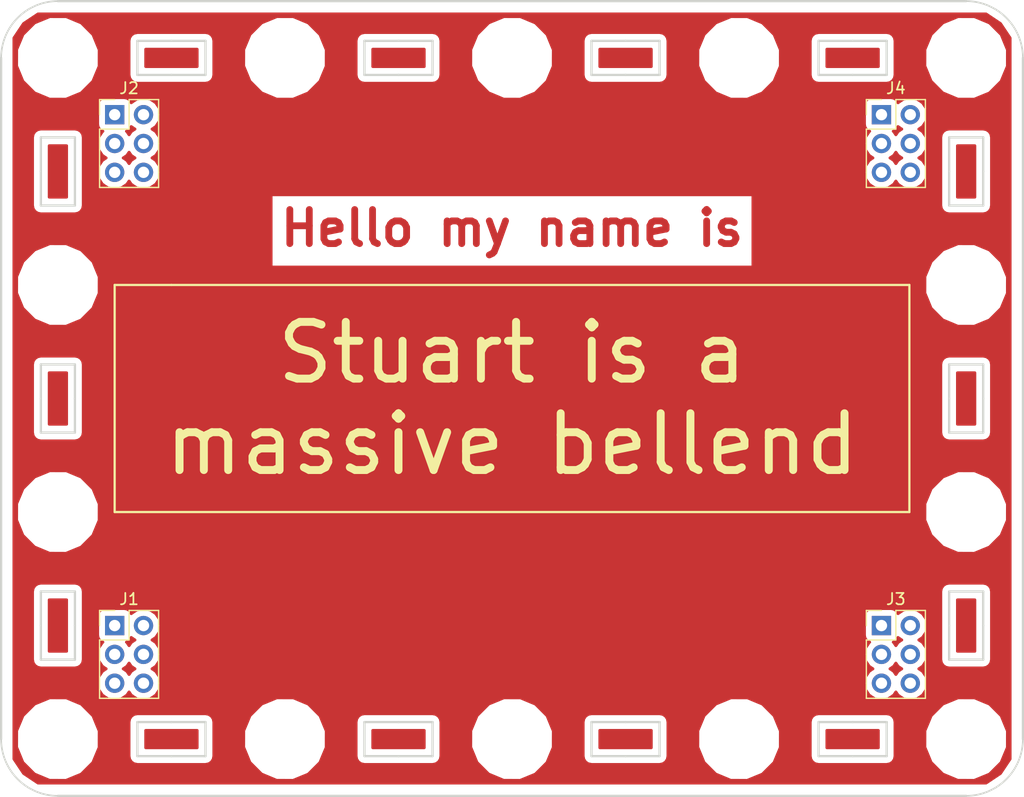
<source format=kicad_pcb>
(kicad_pcb (version 20170922) (host pcbnew "(2017-11-06 revision 3045509)-HEAD")

  (general
    (thickness 1.6)
    (drawings 16)
    (tracks 0)
    (zones 0)
    (modules 18)
    (nets 1)
  )

  (page A4)
  (layers
    (0 F.Cu signal)
    (31 B.Cu signal)
    (32 B.Adhes user)
    (33 F.Adhes user)
    (34 B.Paste user)
    (35 F.Paste user)
    (36 B.SilkS user)
    (37 F.SilkS user)
    (38 B.Mask user)
    (39 F.Mask user)
    (40 Dwgs.User user)
    (41 Cmts.User user)
    (42 Eco1.User user)
    (43 Eco2.User user)
    (44 Edge.Cuts user)
    (45 Margin user)
    (46 B.CrtYd user)
    (47 F.CrtYd user)
    (48 B.Fab user hide)
    (49 F.Fab user hide)
  )

  (setup
    (last_trace_width 0.25)
    (trace_clearance 0.2)
    (zone_clearance 0.508)
    (zone_45_only no)
    (trace_min 0.2)
    (segment_width 0.2)
    (edge_width 0.15)
    (via_size 0.8)
    (via_drill 0.4)
    (via_min_size 0.4)
    (via_min_drill 0.3)
    (uvia_size 0.3)
    (uvia_drill 0.1)
    (uvias_allowed no)
    (uvia_min_size 0.2)
    (uvia_min_drill 0.1)
    (pcb_text_width 0.3)
    (pcb_text_size 1.5 1.5)
    (mod_edge_width 0.15)
    (mod_text_size 1 1)
    (mod_text_width 0.15)
    (pad_size 6 6)
    (pad_drill 6)
    (pad_to_mask_clearance 0.2)
    (aux_axis_origin 0 0)
    (visible_elements FFFFFF7F)
    (pcbplotparams
      (layerselection 0x010fc_ffffffff)
      (usegerberextensions false)
      (usegerberattributes true)
      (usegerberadvancedattributes true)
      (creategerberjobfile true)
      (excludeedgelayer true)
      (linewidth 0.100000)
      (plotframeref false)
      (viasonmask false)
      (mode 1)
      (useauxorigin false)
      (hpglpennumber 1)
      (hpglpenspeed 20)
      (hpglpendiameter 15)
      (psnegative false)
      (psa4output false)
      (plotreference true)
      (plotvalue true)
      (plotinvisibletext false)
      (padsonsilk false)
      (subtractmaskfromsilk false)
      (outputformat 1)
      (mirror false)
      (drillshape 1)
      (scaleselection 1)
      (outputdirectory ""))
  )

  (net 0 "")

  (net_class Default "This is the default net class."
    (clearance 0.2)
    (trace_width 0.25)
    (via_dia 0.8)
    (via_drill 0.4)
    (uvia_dia 0.3)
    (uvia_drill 0.1)
  )

  (module oobb:oobb (layer F.Cu) (tedit 5D961E9B) (tstamp 5D9620F8)
    (at 135 115 90)
    (fp_text reference REF** (at 0 0.5 90) (layer F.SilkS) hide
      (effects (font (size 1 1) (thickness 0.15)))
    )
    (fp_text value oobb (at 0 -0.5 90) (layer F.Fab) hide
      (effects (font (size 1 1) (thickness 0.15)))
    )
    (fp_line (start 10 -1.5) (end 7 -1.5) (layer Edge.Cuts) (width 0.2))
    (fp_line (start 7 -1.5) (end 7 1.5) (layer Edge.Cuts) (width 0.2))
    (fp_line (start 7 1.5) (end 10 1.5) (layer Edge.Cuts) (width 0.2))
    (fp_line (start 10 1.5) (end 13 1.5) (layer Edge.Cuts) (width 0.2))
    (fp_line (start 13 1.5) (end 13 -1.5) (layer Edge.Cuts) (width 0.2))
    (fp_line (start 13 -1.5) (end 10 -1.5) (layer Edge.Cuts) (width 0.2))
    (pad "" np_thru_hole circle (at 0 0 90) (size 6 6) (drill 6) (layers *.Cu *.Mask))
  )

  (module oobb:oobb (layer F.Cu) (tedit 5D961E9B) (tstamp 5D9620E4)
    (at 135 135 90)
    (fp_text reference REF** (at 0 0.5 90) (layer F.SilkS) hide
      (effects (font (size 1 1) (thickness 0.15)))
    )
    (fp_text value oobb (at 0 -0.5 90) (layer F.Fab) hide
      (effects (font (size 1 1) (thickness 0.15)))
    )
    (fp_line (start 13 -1.5) (end 10 -1.5) (layer Edge.Cuts) (width 0.2))
    (fp_line (start 13 1.5) (end 13 -1.5) (layer Edge.Cuts) (width 0.2))
    (fp_line (start 10 1.5) (end 13 1.5) (layer Edge.Cuts) (width 0.2))
    (fp_line (start 7 1.5) (end 10 1.5) (layer Edge.Cuts) (width 0.2))
    (fp_line (start 7 -1.5) (end 7 1.5) (layer Edge.Cuts) (width 0.2))
    (fp_line (start 10 -1.5) (end 7 -1.5) (layer Edge.Cuts) (width 0.2))
    (pad "" np_thru_hole circle (at 0 0 90) (size 6 6) (drill 6) (layers *.Cu *.Mask))
  )

  (module oobb:oobb (layer F.Cu) (tedit 5D961E9B) (tstamp 5D962096)
    (at 135 155 90)
    (fp_text reference REF** (at 0 0.5 90) (layer F.SilkS) hide
      (effects (font (size 1 1) (thickness 0.15)))
    )
    (fp_text value oobb (at 0 -0.5 90) (layer F.Fab) hide
      (effects (font (size 1 1) (thickness 0.15)))
    )
    (fp_line (start 10 -1.5) (end 7 -1.5) (layer Edge.Cuts) (width 0.2))
    (fp_line (start 7 -1.5) (end 7 1.5) (layer Edge.Cuts) (width 0.2))
    (fp_line (start 7 1.5) (end 10 1.5) (layer Edge.Cuts) (width 0.2))
    (fp_line (start 10 1.5) (end 13 1.5) (layer Edge.Cuts) (width 0.2))
    (fp_line (start 13 1.5) (end 13 -1.5) (layer Edge.Cuts) (width 0.2))
    (fp_line (start 13 -1.5) (end 10 -1.5) (layer Edge.Cuts) (width 0.2))
    (pad "" np_thru_hole circle (at 0 0 90) (size 6 6) (drill 6) (layers *.Cu *.Mask))
  )

  (module oobb:oobb (layer F.Cu) (tedit 5D961E9B) (tstamp 5D962078)
    (at 155 155 180)
    (fp_text reference REF** (at 0 0.5 180) (layer F.SilkS) hide
      (effects (font (size 1 1) (thickness 0.15)))
    )
    (fp_text value oobb (at 0 -0.5 180) (layer F.Fab) hide
      (effects (font (size 1 1) (thickness 0.15)))
    )
    (fp_line (start 13 -1.5) (end 10 -1.5) (layer Edge.Cuts) (width 0.2))
    (fp_line (start 13 1.5) (end 13 -1.5) (layer Edge.Cuts) (width 0.2))
    (fp_line (start 10 1.5) (end 13 1.5) (layer Edge.Cuts) (width 0.2))
    (fp_line (start 7 1.5) (end 10 1.5) (layer Edge.Cuts) (width 0.2))
    (fp_line (start 7 -1.5) (end 7 1.5) (layer Edge.Cuts) (width 0.2))
    (fp_line (start 10 -1.5) (end 7 -1.5) (layer Edge.Cuts) (width 0.2))
    (pad "" np_thru_hole circle (at 0 0 180) (size 6 6) (drill 6) (layers *.Cu *.Mask))
  )

  (module oobb:oobb (layer F.Cu) (tedit 5D961E9B) (tstamp 5D962064)
    (at 175 155 180)
    (fp_text reference REF** (at 0 0.5 180) (layer F.SilkS) hide
      (effects (font (size 1 1) (thickness 0.15)))
    )
    (fp_text value oobb (at 0 -0.5 180) (layer F.Fab) hide
      (effects (font (size 1 1) (thickness 0.15)))
    )
    (fp_line (start 10 -1.5) (end 7 -1.5) (layer Edge.Cuts) (width 0.2))
    (fp_line (start 7 -1.5) (end 7 1.5) (layer Edge.Cuts) (width 0.2))
    (fp_line (start 7 1.5) (end 10 1.5) (layer Edge.Cuts) (width 0.2))
    (fp_line (start 10 1.5) (end 13 1.5) (layer Edge.Cuts) (width 0.2))
    (fp_line (start 13 1.5) (end 13 -1.5) (layer Edge.Cuts) (width 0.2))
    (fp_line (start 13 -1.5) (end 10 -1.5) (layer Edge.Cuts) (width 0.2))
    (pad "" np_thru_hole circle (at 0 0 180) (size 6 6) (drill 6) (layers *.Cu *.Mask))
  )

  (module oobb:oobb (layer F.Cu) (tedit 5D961E9B) (tstamp 5D962050)
    (at 195 155 180)
    (fp_text reference REF** (at 0 0.5 180) (layer F.SilkS) hide
      (effects (font (size 1 1) (thickness 0.15)))
    )
    (fp_text value oobb (at 0 -0.5 180) (layer F.Fab) hide
      (effects (font (size 1 1) (thickness 0.15)))
    )
    (fp_line (start 13 -1.5) (end 10 -1.5) (layer Edge.Cuts) (width 0.2))
    (fp_line (start 13 1.5) (end 13 -1.5) (layer Edge.Cuts) (width 0.2))
    (fp_line (start 10 1.5) (end 13 1.5) (layer Edge.Cuts) (width 0.2))
    (fp_line (start 7 1.5) (end 10 1.5) (layer Edge.Cuts) (width 0.2))
    (fp_line (start 7 -1.5) (end 7 1.5) (layer Edge.Cuts) (width 0.2))
    (fp_line (start 10 -1.5) (end 7 -1.5) (layer Edge.Cuts) (width 0.2))
    (pad "" np_thru_hole circle (at 0 0 180) (size 6 6) (drill 6) (layers *.Cu *.Mask))
  )

  (module oobb:oobb (layer F.Cu) (tedit 5D961E9B) (tstamp 5D96201E)
    (at 215 155 180)
    (fp_text reference REF** (at 0 0.5 180) (layer F.SilkS) hide
      (effects (font (size 1 1) (thickness 0.15)))
    )
    (fp_text value oobb (at 0 -0.5 180) (layer F.Fab) hide
      (effects (font (size 1 1) (thickness 0.15)))
    )
    (fp_line (start 10 -1.5) (end 7 -1.5) (layer Edge.Cuts) (width 0.2))
    (fp_line (start 7 -1.5) (end 7 1.5) (layer Edge.Cuts) (width 0.2))
    (fp_line (start 7 1.5) (end 10 1.5) (layer Edge.Cuts) (width 0.2))
    (fp_line (start 10 1.5) (end 13 1.5) (layer Edge.Cuts) (width 0.2))
    (fp_line (start 13 1.5) (end 13 -1.5) (layer Edge.Cuts) (width 0.2))
    (fp_line (start 13 -1.5) (end 10 -1.5) (layer Edge.Cuts) (width 0.2))
    (pad "" np_thru_hole circle (at 0 0 180) (size 6 6) (drill 6) (layers *.Cu *.Mask))
  )

  (module oobb:oobb (layer F.Cu) (tedit 5D961E9B) (tstamp 5D96200A)
    (at 215 135 270)
    (fp_text reference REF** (at 0 0.5 270) (layer F.SilkS) hide
      (effects (font (size 1 1) (thickness 0.15)))
    )
    (fp_text value oobb (at 0 -0.5 270) (layer F.Fab) hide
      (effects (font (size 1 1) (thickness 0.15)))
    )
    (fp_line (start 13 -1.5) (end 10 -1.5) (layer Edge.Cuts) (width 0.2))
    (fp_line (start 13 1.5) (end 13 -1.5) (layer Edge.Cuts) (width 0.2))
    (fp_line (start 10 1.5) (end 13 1.5) (layer Edge.Cuts) (width 0.2))
    (fp_line (start 7 1.5) (end 10 1.5) (layer Edge.Cuts) (width 0.2))
    (fp_line (start 7 -1.5) (end 7 1.5) (layer Edge.Cuts) (width 0.2))
    (fp_line (start 10 -1.5) (end 7 -1.5) (layer Edge.Cuts) (width 0.2))
    (pad "" np_thru_hole circle (at 0 0 270) (size 6 6) (drill 6) (layers *.Cu *.Mask))
  )

  (module oobb:oobb (layer F.Cu) (tedit 5D961E9B) (tstamp 5D961FF6)
    (at 215 115 270)
    (fp_text reference REF** (at 0 0.5 270) (layer F.SilkS) hide
      (effects (font (size 1 1) (thickness 0.15)))
    )
    (fp_text value oobb (at 0 -0.5 270) (layer F.Fab) hide
      (effects (font (size 1 1) (thickness 0.15)))
    )
    (fp_line (start 10 -1.5) (end 7 -1.5) (layer Edge.Cuts) (width 0.2))
    (fp_line (start 7 -1.5) (end 7 1.5) (layer Edge.Cuts) (width 0.2))
    (fp_line (start 7 1.5) (end 10 1.5) (layer Edge.Cuts) (width 0.2))
    (fp_line (start 10 1.5) (end 13 1.5) (layer Edge.Cuts) (width 0.2))
    (fp_line (start 13 1.5) (end 13 -1.5) (layer Edge.Cuts) (width 0.2))
    (fp_line (start 13 -1.5) (end 10 -1.5) (layer Edge.Cuts) (width 0.2))
    (pad "" np_thru_hole circle (at 0 0 270) (size 6 6) (drill 6) (layers *.Cu *.Mask))
  )

  (module oobb:oobb (layer F.Cu) (tedit 5D961E9B) (tstamp 5D961FC4)
    (at 215 95 270)
    (fp_text reference REF** (at 0 0.5 270) (layer F.SilkS) hide
      (effects (font (size 1 1) (thickness 0.15)))
    )
    (fp_text value oobb (at 0 -0.5 270) (layer F.Fab) hide
      (effects (font (size 1 1) (thickness 0.15)))
    )
    (fp_line (start 13 -1.5) (end 10 -1.5) (layer Edge.Cuts) (width 0.2))
    (fp_line (start 13 1.5) (end 13 -1.5) (layer Edge.Cuts) (width 0.2))
    (fp_line (start 10 1.5) (end 13 1.5) (layer Edge.Cuts) (width 0.2))
    (fp_line (start 7 1.5) (end 10 1.5) (layer Edge.Cuts) (width 0.2))
    (fp_line (start 7 -1.5) (end 7 1.5) (layer Edge.Cuts) (width 0.2))
    (fp_line (start 10 -1.5) (end 7 -1.5) (layer Edge.Cuts) (width 0.2))
    (pad "" np_thru_hole circle (at 0 0 270) (size 6 6) (drill 6) (layers *.Cu *.Mask))
  )

  (module oobb:oobb (layer F.Cu) (tedit 5D961E9B) (tstamp 5D961FB0)
    (at 195 95)
    (fp_text reference REF** (at 0 0.5) (layer F.SilkS) hide
      (effects (font (size 1 1) (thickness 0.15)))
    )
    (fp_text value oobb (at 0 -0.5) (layer F.Fab) hide
      (effects (font (size 1 1) (thickness 0.15)))
    )
    (fp_line (start 10 -1.5) (end 7 -1.5) (layer Edge.Cuts) (width 0.2))
    (fp_line (start 7 -1.5) (end 7 1.5) (layer Edge.Cuts) (width 0.2))
    (fp_line (start 7 1.5) (end 10 1.5) (layer Edge.Cuts) (width 0.2))
    (fp_line (start 10 1.5) (end 13 1.5) (layer Edge.Cuts) (width 0.2))
    (fp_line (start 13 1.5) (end 13 -1.5) (layer Edge.Cuts) (width 0.2))
    (fp_line (start 13 -1.5) (end 10 -1.5) (layer Edge.Cuts) (width 0.2))
    (pad "" np_thru_hole circle (at 0 0) (size 6 6) (drill 6) (layers *.Cu *.Mask))
  )

  (module oobb:oobb (layer F.Cu) (tedit 5D961E9B) (tstamp 5D961F9C)
    (at 175 95)
    (fp_text reference REF** (at 0 0.5) (layer F.SilkS) hide
      (effects (font (size 1 1) (thickness 0.15)))
    )
    (fp_text value oobb (at 0 -0.5) (layer F.Fab) hide
      (effects (font (size 1 1) (thickness 0.15)))
    )
    (fp_line (start 13 -1.5) (end 10 -1.5) (layer Edge.Cuts) (width 0.2))
    (fp_line (start 13 1.5) (end 13 -1.5) (layer Edge.Cuts) (width 0.2))
    (fp_line (start 10 1.5) (end 13 1.5) (layer Edge.Cuts) (width 0.2))
    (fp_line (start 7 1.5) (end 10 1.5) (layer Edge.Cuts) (width 0.2))
    (fp_line (start 7 -1.5) (end 7 1.5) (layer Edge.Cuts) (width 0.2))
    (fp_line (start 10 -1.5) (end 7 -1.5) (layer Edge.Cuts) (width 0.2))
    (pad "" np_thru_hole circle (at 0 0) (size 6 6) (drill 6) (layers *.Cu *.Mask))
  )

  (module oobb:oobb (layer F.Cu) (tedit 5D961E9B) (tstamp 5D961F88)
    (at 155 95)
    (fp_text reference REF** (at 0 0.5) (layer F.SilkS) hide
      (effects (font (size 1 1) (thickness 0.15)))
    )
    (fp_text value oobb (at 0 -0.5) (layer F.Fab) hide
      (effects (font (size 1 1) (thickness 0.15)))
    )
    (fp_line (start 10 -1.5) (end 7 -1.5) (layer Edge.Cuts) (width 0.2))
    (fp_line (start 7 -1.5) (end 7 1.5) (layer Edge.Cuts) (width 0.2))
    (fp_line (start 7 1.5) (end 10 1.5) (layer Edge.Cuts) (width 0.2))
    (fp_line (start 10 1.5) (end 13 1.5) (layer Edge.Cuts) (width 0.2))
    (fp_line (start 13 1.5) (end 13 -1.5) (layer Edge.Cuts) (width 0.2))
    (fp_line (start 13 -1.5) (end 10 -1.5) (layer Edge.Cuts) (width 0.2))
    (pad "" np_thru_hole circle (at 0 0) (size 6 6) (drill 6) (layers *.Cu *.Mask))
  )

  (module oobb:oobb (layer F.Cu) (tedit 5D961E9B) (tstamp 5D961F28)
    (at 135 95)
    (fp_text reference REF** (at 0 0.5) (layer F.SilkS) hide
      (effects (font (size 1 1) (thickness 0.15)))
    )
    (fp_text value oobb (at 0 -0.5) (layer F.Fab) hide
      (effects (font (size 1 1) (thickness 0.15)))
    )
    (fp_line (start 13 -1.5) (end 10 -1.5) (layer Edge.Cuts) (width 0.2))
    (fp_line (start 13 1.5) (end 13 -1.5) (layer Edge.Cuts) (width 0.2))
    (fp_line (start 10 1.5) (end 13 1.5) (layer Edge.Cuts) (width 0.2))
    (fp_line (start 7 1.5) (end 10 1.5) (layer Edge.Cuts) (width 0.2))
    (fp_line (start 7 -1.5) (end 7 1.5) (layer Edge.Cuts) (width 0.2))
    (fp_line (start 10 -1.5) (end 7 -1.5) (layer Edge.Cuts) (width 0.2))
    (pad "" np_thru_hole circle (at 0 0) (size 6 6) (drill 6) (layers *.Cu *.Mask))
  )

  (module Pin_Headers:Pin_Header_Straight_2x03_Pitch2.54mm (layer F.Cu) (tedit 59650532) (tstamp 5DA8DF78)
    (at 140 145)
    (descr "Through hole straight pin header, 2x03, 2.54mm pitch, double rows")
    (tags "Through hole pin header THT 2x03 2.54mm double row")
    (path /5D9620C4)
    (fp_text reference J1 (at 1.27 -2.33) (layer F.SilkS)
      (effects (font (size 1 1) (thickness 0.15)))
    )
    (fp_text value Conn_02x03_Row_Letter_First (at 1.27 7.41) (layer F.Fab)
      (effects (font (size 1 1) (thickness 0.15)))
    )
    (fp_text user %R (at 1.27 2.54 90) (layer F.Fab)
      (effects (font (size 1 1) (thickness 0.15)))
    )
    (fp_line (start 4.35 -1.8) (end -1.8 -1.8) (layer F.CrtYd) (width 0.05))
    (fp_line (start 4.35 6.85) (end 4.35 -1.8) (layer F.CrtYd) (width 0.05))
    (fp_line (start -1.8 6.85) (end 4.35 6.85) (layer F.CrtYd) (width 0.05))
    (fp_line (start -1.8 -1.8) (end -1.8 6.85) (layer F.CrtYd) (width 0.05))
    (fp_line (start -1.33 -1.33) (end 0 -1.33) (layer F.SilkS) (width 0.12))
    (fp_line (start -1.33 0) (end -1.33 -1.33) (layer F.SilkS) (width 0.12))
    (fp_line (start 1.27 -1.33) (end 3.87 -1.33) (layer F.SilkS) (width 0.12))
    (fp_line (start 1.27 1.27) (end 1.27 -1.33) (layer F.SilkS) (width 0.12))
    (fp_line (start -1.33 1.27) (end 1.27 1.27) (layer F.SilkS) (width 0.12))
    (fp_line (start 3.87 -1.33) (end 3.87 6.41) (layer F.SilkS) (width 0.12))
    (fp_line (start -1.33 1.27) (end -1.33 6.41) (layer F.SilkS) (width 0.12))
    (fp_line (start -1.33 6.41) (end 3.87 6.41) (layer F.SilkS) (width 0.12))
    (fp_line (start -1.27 0) (end 0 -1.27) (layer F.Fab) (width 0.1))
    (fp_line (start -1.27 6.35) (end -1.27 0) (layer F.Fab) (width 0.1))
    (fp_line (start 3.81 6.35) (end -1.27 6.35) (layer F.Fab) (width 0.1))
    (fp_line (start 3.81 -1.27) (end 3.81 6.35) (layer F.Fab) (width 0.1))
    (fp_line (start 0 -1.27) (end 3.81 -1.27) (layer F.Fab) (width 0.1))
    (pad 6 thru_hole oval (at 2.54 5.08) (size 1.7 1.7) (drill 1) (layers *.Cu *.Mask))
    (pad 5 thru_hole oval (at 0 5.08) (size 1.7 1.7) (drill 1) (layers *.Cu *.Mask))
    (pad 4 thru_hole oval (at 2.54 2.54) (size 1.7 1.7) (drill 1) (layers *.Cu *.Mask))
    (pad 3 thru_hole oval (at 0 2.54) (size 1.7 1.7) (drill 1) (layers *.Cu *.Mask))
    (pad 2 thru_hole oval (at 2.54 0) (size 1.7 1.7) (drill 1) (layers *.Cu *.Mask))
    (pad 1 thru_hole rect (at 0 0) (size 1.7 1.7) (drill 1) (layers *.Cu *.Mask))
    (model ${KISYS3DMOD}/Pin_Headers.3dshapes/Pin_Header_Straight_2x03_Pitch2.54mm.wrl
      (at (xyz 0 0 0))
      (scale (xyz 1 1 1))
      (rotate (xyz 0 0 0))
    )
  )

  (module Pin_Headers:Pin_Header_Straight_2x03_Pitch2.54mm (layer F.Cu) (tedit 59650532) (tstamp 5DA8E0DD)
    (at 140 100)
    (descr "Through hole straight pin header, 2x03, 2.54mm pitch, double rows")
    (tags "Through hole pin header THT 2x03 2.54mm double row")
    (path /5D962038)
    (fp_text reference J2 (at 1.27 -2.33) (layer F.SilkS)
      (effects (font (size 1 1) (thickness 0.15)))
    )
    (fp_text value Conn_02x03_Row_Letter_First (at 1.27 7.41) (layer F.Fab)
      (effects (font (size 1 1) (thickness 0.15)))
    )
    (fp_line (start 0 -1.27) (end 3.81 -1.27) (layer F.Fab) (width 0.1))
    (fp_line (start 3.81 -1.27) (end 3.81 6.35) (layer F.Fab) (width 0.1))
    (fp_line (start 3.81 6.35) (end -1.27 6.35) (layer F.Fab) (width 0.1))
    (fp_line (start -1.27 6.35) (end -1.27 0) (layer F.Fab) (width 0.1))
    (fp_line (start -1.27 0) (end 0 -1.27) (layer F.Fab) (width 0.1))
    (fp_line (start -1.33 6.41) (end 3.87 6.41) (layer F.SilkS) (width 0.12))
    (fp_line (start -1.33 1.27) (end -1.33 6.41) (layer F.SilkS) (width 0.12))
    (fp_line (start 3.87 -1.33) (end 3.87 6.41) (layer F.SilkS) (width 0.12))
    (fp_line (start -1.33 1.27) (end 1.27 1.27) (layer F.SilkS) (width 0.12))
    (fp_line (start 1.27 1.27) (end 1.27 -1.33) (layer F.SilkS) (width 0.12))
    (fp_line (start 1.27 -1.33) (end 3.87 -1.33) (layer F.SilkS) (width 0.12))
    (fp_line (start -1.33 0) (end -1.33 -1.33) (layer F.SilkS) (width 0.12))
    (fp_line (start -1.33 -1.33) (end 0 -1.33) (layer F.SilkS) (width 0.12))
    (fp_line (start -1.8 -1.8) (end -1.8 6.85) (layer F.CrtYd) (width 0.05))
    (fp_line (start -1.8 6.85) (end 4.35 6.85) (layer F.CrtYd) (width 0.05))
    (fp_line (start 4.35 6.85) (end 4.35 -1.8) (layer F.CrtYd) (width 0.05))
    (fp_line (start 4.35 -1.8) (end -1.8 -1.8) (layer F.CrtYd) (width 0.05))
    (fp_text user %R (at 1.27 2.54 90) (layer F.Fab)
      (effects (font (size 1 1) (thickness 0.15)))
    )
    (pad 1 thru_hole rect (at 0 0) (size 1.7 1.7) (drill 1) (layers *.Cu *.Mask))
    (pad 2 thru_hole oval (at 2.54 0) (size 1.7 1.7) (drill 1) (layers *.Cu *.Mask))
    (pad 3 thru_hole oval (at 0 2.54) (size 1.7 1.7) (drill 1) (layers *.Cu *.Mask))
    (pad 4 thru_hole oval (at 2.54 2.54) (size 1.7 1.7) (drill 1) (layers *.Cu *.Mask))
    (pad 5 thru_hole oval (at 0 5.08) (size 1.7 1.7) (drill 1) (layers *.Cu *.Mask))
    (pad 6 thru_hole oval (at 2.54 5.08) (size 1.7 1.7) (drill 1) (layers *.Cu *.Mask))
    (model ${KISYS3DMOD}/Pin_Headers.3dshapes/Pin_Header_Straight_2x03_Pitch2.54mm.wrl
      (at (xyz 0 0 0))
      (scale (xyz 1 1 1))
      (rotate (xyz 0 0 0))
    )
  )

  (module Pin_Headers:Pin_Header_Straight_2x03_Pitch2.54mm (layer F.Cu) (tedit 59650532) (tstamp 5DA8DFB0)
    (at 207.54 145)
    (descr "Through hole straight pin header, 2x03, 2.54mm pitch, double rows")
    (tags "Through hole pin header THT 2x03 2.54mm double row")
    (path /5D9620F6)
    (fp_text reference J3 (at 1.27 -2.33) (layer F.SilkS)
      (effects (font (size 1 1) (thickness 0.15)))
    )
    (fp_text value Conn_02x03_Row_Letter_First (at 1.27 7.41) (layer F.Fab)
      (effects (font (size 1 1) (thickness 0.15)))
    )
    (fp_line (start 0 -1.27) (end 3.81 -1.27) (layer F.Fab) (width 0.1))
    (fp_line (start 3.81 -1.27) (end 3.81 6.35) (layer F.Fab) (width 0.1))
    (fp_line (start 3.81 6.35) (end -1.27 6.35) (layer F.Fab) (width 0.1))
    (fp_line (start -1.27 6.35) (end -1.27 0) (layer F.Fab) (width 0.1))
    (fp_line (start -1.27 0) (end 0 -1.27) (layer F.Fab) (width 0.1))
    (fp_line (start -1.33 6.41) (end 3.87 6.41) (layer F.SilkS) (width 0.12))
    (fp_line (start -1.33 1.27) (end -1.33 6.41) (layer F.SilkS) (width 0.12))
    (fp_line (start 3.87 -1.33) (end 3.87 6.41) (layer F.SilkS) (width 0.12))
    (fp_line (start -1.33 1.27) (end 1.27 1.27) (layer F.SilkS) (width 0.12))
    (fp_line (start 1.27 1.27) (end 1.27 -1.33) (layer F.SilkS) (width 0.12))
    (fp_line (start 1.27 -1.33) (end 3.87 -1.33) (layer F.SilkS) (width 0.12))
    (fp_line (start -1.33 0) (end -1.33 -1.33) (layer F.SilkS) (width 0.12))
    (fp_line (start -1.33 -1.33) (end 0 -1.33) (layer F.SilkS) (width 0.12))
    (fp_line (start -1.8 -1.8) (end -1.8 6.85) (layer F.CrtYd) (width 0.05))
    (fp_line (start -1.8 6.85) (end 4.35 6.85) (layer F.CrtYd) (width 0.05))
    (fp_line (start 4.35 6.85) (end 4.35 -1.8) (layer F.CrtYd) (width 0.05))
    (fp_line (start 4.35 -1.8) (end -1.8 -1.8) (layer F.CrtYd) (width 0.05))
    (fp_text user %R (at 1.27 2.54 90) (layer F.Fab)
      (effects (font (size 1 1) (thickness 0.15)))
    )
    (pad 1 thru_hole rect (at 0 0) (size 1.7 1.7) (drill 1) (layers *.Cu *.Mask))
    (pad 2 thru_hole oval (at 2.54 0) (size 1.7 1.7) (drill 1) (layers *.Cu *.Mask))
    (pad 3 thru_hole oval (at 0 2.54) (size 1.7 1.7) (drill 1) (layers *.Cu *.Mask))
    (pad 4 thru_hole oval (at 2.54 2.54) (size 1.7 1.7) (drill 1) (layers *.Cu *.Mask))
    (pad 5 thru_hole oval (at 0 5.08) (size 1.7 1.7) (drill 1) (layers *.Cu *.Mask))
    (pad 6 thru_hole oval (at 2.54 5.08) (size 1.7 1.7) (drill 1) (layers *.Cu *.Mask))
    (model ${KISYS3DMOD}/Pin_Headers.3dshapes/Pin_Header_Straight_2x03_Pitch2.54mm.wrl
      (at (xyz 0 0 0))
      (scale (xyz 1 1 1))
      (rotate (xyz 0 0 0))
    )
  )

  (module Pin_Headers:Pin_Header_Straight_2x03_Pitch2.54mm (layer F.Cu) (tedit 59650532) (tstamp 5DA8DFCC)
    (at 207.54 100)
    (descr "Through hole straight pin header, 2x03, 2.54mm pitch, double rows")
    (tags "Through hole pin header THT 2x03 2.54mm double row")
    (path /5D962124)
    (fp_text reference J4 (at 1.27 -2.33) (layer F.SilkS)
      (effects (font (size 1 1) (thickness 0.15)))
    )
    (fp_text value Conn_02x03_Row_Letter_First (at 1.27 7.41) (layer F.Fab)
      (effects (font (size 1 1) (thickness 0.15)))
    )
    (fp_text user %R (at 1.27 2.54 90) (layer F.Fab)
      (effects (font (size 1 1) (thickness 0.15)))
    )
    (fp_line (start 4.35 -1.8) (end -1.8 -1.8) (layer F.CrtYd) (width 0.05))
    (fp_line (start 4.35 6.85) (end 4.35 -1.8) (layer F.CrtYd) (width 0.05))
    (fp_line (start -1.8 6.85) (end 4.35 6.85) (layer F.CrtYd) (width 0.05))
    (fp_line (start -1.8 -1.8) (end -1.8 6.85) (layer F.CrtYd) (width 0.05))
    (fp_line (start -1.33 -1.33) (end 0 -1.33) (layer F.SilkS) (width 0.12))
    (fp_line (start -1.33 0) (end -1.33 -1.33) (layer F.SilkS) (width 0.12))
    (fp_line (start 1.27 -1.33) (end 3.87 -1.33) (layer F.SilkS) (width 0.12))
    (fp_line (start 1.27 1.27) (end 1.27 -1.33) (layer F.SilkS) (width 0.12))
    (fp_line (start -1.33 1.27) (end 1.27 1.27) (layer F.SilkS) (width 0.12))
    (fp_line (start 3.87 -1.33) (end 3.87 6.41) (layer F.SilkS) (width 0.12))
    (fp_line (start -1.33 1.27) (end -1.33 6.41) (layer F.SilkS) (width 0.12))
    (fp_line (start -1.33 6.41) (end 3.87 6.41) (layer F.SilkS) (width 0.12))
    (fp_line (start -1.27 0) (end 0 -1.27) (layer F.Fab) (width 0.1))
    (fp_line (start -1.27 6.35) (end -1.27 0) (layer F.Fab) (width 0.1))
    (fp_line (start 3.81 6.35) (end -1.27 6.35) (layer F.Fab) (width 0.1))
    (fp_line (start 3.81 -1.27) (end 3.81 6.35) (layer F.Fab) (width 0.1))
    (fp_line (start 0 -1.27) (end 3.81 -1.27) (layer F.Fab) (width 0.1))
    (pad 6 thru_hole oval (at 2.54 5.08) (size 1.7 1.7) (drill 1) (layers *.Cu *.Mask))
    (pad 5 thru_hole oval (at 0 5.08) (size 1.7 1.7) (drill 1) (layers *.Cu *.Mask))
    (pad 4 thru_hole oval (at 2.54 2.54) (size 1.7 1.7) (drill 1) (layers *.Cu *.Mask))
    (pad 3 thru_hole oval (at 0 2.54) (size 1.7 1.7) (drill 1) (layers *.Cu *.Mask))
    (pad 2 thru_hole oval (at 2.54 0) (size 1.7 1.7) (drill 1) (layers *.Cu *.Mask))
    (pad 1 thru_hole rect (at 0 0) (size 1.7 1.7) (drill 1) (layers *.Cu *.Mask))
    (model ${KISYS3DMOD}/Pin_Headers.3dshapes/Pin_Header_Straight_2x03_Pitch2.54mm.wrl
      (at (xyz 0 0 0))
      (scale (xyz 1 1 1))
      (rotate (xyz 0 0 0))
    )
  )

  (gr_poly (pts (xy 150 105) (xy 200 105) (xy 200 115) (xy 150 115)) (layer F.Mask) (width 0.15))
  (gr_line (start 140 115) (end 145 115) (layer F.SilkS) (width 0.2))
  (gr_line (start 140 135) (end 140 115) (layer F.SilkS) (width 0.2))
  (gr_line (start 210 135) (end 140 135) (layer F.SilkS) (width 0.2))
  (gr_line (start 210 115) (end 210 135) (layer F.SilkS) (width 0.2))
  (gr_line (start 145 115) (end 210 115) (layer F.SilkS) (width 0.2))
  (gr_text "Hello my name is" (at 175 110) (layer F.Cu)
    (effects (font (size 3 3) (thickness 0.6)))
  )
  (gr_text "Stuart is a\nmassive bellend" (at 175 125) (layer F.SilkS)
    (effects (font (size 5 5) (thickness 0.7)))
  )
  (gr_arc (start 215 95) (end 220 95) (angle -90) (layer Edge.Cuts) (width 0.15))
  (gr_arc (start 215 155) (end 215 160) (angle -90) (layer Edge.Cuts) (width 0.15))
  (gr_arc (start 135 155) (end 130 155) (angle -90) (layer Edge.Cuts) (width 0.15))
  (gr_arc (start 135 95) (end 135 90) (angle -90) (layer Edge.Cuts) (width 0.15))
  (gr_line (start 130 155) (end 130 95) (layer Edge.Cuts) (width 0.2))
  (gr_line (start 215 160) (end 135 160) (layer Edge.Cuts) (width 0.2))
  (gr_line (start 220 95) (end 220 155) (layer Edge.Cuts) (width 0.2))
  (gr_line (start 135 90) (end 215 90) (layer Edge.Cuts) (width 0.2))

  (zone (net 0) (net_name "") (layer F.Cu) (tstamp 0) (hatch edge 0.508)
    (connect_pads (clearance 0.508))
    (min_thickness 0.254)
    (fill yes (arc_segments 16) (thermal_gap 0.508) (thermal_bridge_width 0.508))
    (polygon
      (pts
        (xy 131 91) (xy 219 91) (xy 219 159) (xy 131 159)
      )
    )
    (filled_polygon
      (pts
        (xy 218.023654 91.976349) (xy 218.873 93.247485) (xy 218.873 156.752515) (xy 218.023654 158.023651) (xy 216.752515 158.873)
        (xy 133.247485 158.873) (xy 131.976349 158.023654) (xy 131.127 156.752515) (xy 131.127 155.704875) (xy 131.361432 155.704875)
        (xy 131.364377 155.712086) (xy 131.36437 155.719874) (xy 131.637612 156.38117) (xy 131.908146 157.043639) (xy 131.916512 157.05616)
        (xy 131.9166 157.056372) (xy 131.916764 157.056536) (xy 131.928723 157.074434) (xy 131.949861 157.089691) (xy 132.914683 158.056198)
        (xy 132.925566 158.071277) (xy 132.932746 158.074293) (xy 132.938249 158.079806) (xy 133.599149 158.354236) (xy 134.2588 158.631342)
        (xy 134.266588 158.631381) (xy 134.273782 158.634368) (xy 134.989334 158.634992) (xy 135.704875 158.638568) (xy 135.712086 158.635623)
        (xy 135.719874 158.63563) (xy 136.38117 158.362388) (xy 137.043639 158.091854) (xy 137.05616 158.083488) (xy 137.056372 158.0834)
        (xy 137.056536 158.083236) (xy 137.074434 158.071277) (xy 137.089691 158.050139) (xy 138.056198 157.085317) (xy 138.071277 157.074434)
        (xy 138.074293 157.067254) (xy 138.079806 157.061751) (xy 138.354236 156.400851) (xy 138.631342 155.7412) (xy 138.631381 155.733412)
        (xy 138.634368 155.726218) (xy 138.634992 155.010666) (xy 138.638568 154.295125) (xy 138.635623 154.287914) (xy 138.63563 154.280126)
        (xy 138.362388 153.61883) (xy 138.313862 153.5) (xy 141.265 153.5) (xy 141.265 156.5) (xy 141.320949 156.781272)
        (xy 141.480277 157.019723) (xy 141.718728 157.179051) (xy 142 157.235) (xy 148 157.235) (xy 148.281272 157.179051)
        (xy 148.519723 157.019723) (xy 148.679051 156.781272) (xy 148.735 156.5) (xy 148.735 155.704875) (xy 151.361432 155.704875)
        (xy 151.364377 155.712086) (xy 151.36437 155.719874) (xy 151.637612 156.38117) (xy 151.908146 157.043639) (xy 151.916512 157.05616)
        (xy 151.9166 157.056372) (xy 151.916764 157.056536) (xy 151.928723 157.074434) (xy 151.949861 157.089691) (xy 152.914683 158.056198)
        (xy 152.925566 158.071277) (xy 152.932746 158.074293) (xy 152.938249 158.079806) (xy 153.599149 158.354236) (xy 154.2588 158.631342)
        (xy 154.266588 158.631381) (xy 154.273782 158.634368) (xy 154.989334 158.634992) (xy 155.704875 158.638568) (xy 155.712086 158.635623)
        (xy 155.719874 158.63563) (xy 156.38117 158.362388) (xy 157.043639 158.091854) (xy 157.05616 158.083488) (xy 157.056372 158.0834)
        (xy 157.056536 158.083236) (xy 157.074434 158.071277) (xy 157.089691 158.050139) (xy 158.056198 157.085317) (xy 158.071277 157.074434)
        (xy 158.074293 157.067254) (xy 158.079806 157.061751) (xy 158.354236 156.400851) (xy 158.631342 155.7412) (xy 158.631381 155.733412)
        (xy 158.634368 155.726218) (xy 158.634992 155.010666) (xy 158.638568 154.295125) (xy 158.635623 154.287914) (xy 158.63563 154.280126)
        (xy 158.362388 153.61883) (xy 158.313862 153.5) (xy 161.265 153.5) (xy 161.265 156.5) (xy 161.320949 156.781272)
        (xy 161.480277 157.019723) (xy 161.718728 157.179051) (xy 162 157.235) (xy 168 157.235) (xy 168.281272 157.179051)
        (xy 168.519723 157.019723) (xy 168.679051 156.781272) (xy 168.735 156.5) (xy 168.735 155.704875) (xy 171.361432 155.704875)
        (xy 171.364377 155.712086) (xy 171.36437 155.719874) (xy 171.637612 156.38117) (xy 171.908146 157.043639) (xy 171.916512 157.05616)
        (xy 171.9166 157.056372) (xy 171.916764 157.056536) (xy 171.928723 157.074434) (xy 171.949861 157.089691) (xy 172.914683 158.056198)
        (xy 172.925566 158.071277) (xy 172.932746 158.074293) (xy 172.938249 158.079806) (xy 173.599149 158.354236) (xy 174.2588 158.631342)
        (xy 174.266588 158.631381) (xy 174.273782 158.634368) (xy 174.989334 158.634992) (xy 175.704875 158.638568) (xy 175.712086 158.635623)
        (xy 175.719874 158.63563) (xy 176.38117 158.362388) (xy 177.043639 158.091854) (xy 177.05616 158.083488) (xy 177.056372 158.0834)
        (xy 177.056536 158.083236) (xy 177.074434 158.071277) (xy 177.089691 158.050139) (xy 178.056198 157.085317) (xy 178.071277 157.074434)
        (xy 178.074293 157.067254) (xy 178.079806 157.061751) (xy 178.354236 156.400851) (xy 178.631342 155.7412) (xy 178.631381 155.733412)
        (xy 178.634368 155.726218) (xy 178.634992 155.010666) (xy 178.638568 154.295125) (xy 178.635623 154.287914) (xy 178.63563 154.280126)
        (xy 178.362388 153.61883) (xy 178.313862 153.5) (xy 181.265 153.5) (xy 181.265 156.5) (xy 181.320949 156.781272)
        (xy 181.480277 157.019723) (xy 181.718728 157.179051) (xy 182 157.235) (xy 188 157.235) (xy 188.281272 157.179051)
        (xy 188.519723 157.019723) (xy 188.679051 156.781272) (xy 188.735 156.5) (xy 188.735 155.704875) (xy 191.361432 155.704875)
        (xy 191.364377 155.712086) (xy 191.36437 155.719874) (xy 191.637612 156.38117) (xy 191.908146 157.043639) (xy 191.916512 157.05616)
        (xy 191.9166 157.056372) (xy 191.916764 157.056536) (xy 191.928723 157.074434) (xy 191.949861 157.089691) (xy 192.914683 158.056198)
        (xy 192.925566 158.071277) (xy 192.932746 158.074293) (xy 192.938249 158.079806) (xy 193.599149 158.354236) (xy 194.2588 158.631342)
        (xy 194.266588 158.631381) (xy 194.273782 158.634368) (xy 194.989334 158.634992) (xy 195.704875 158.638568) (xy 195.712086 158.635623)
        (xy 195.719874 158.63563) (xy 196.38117 158.362388) (xy 197.043639 158.091854) (xy 197.05616 158.083488) (xy 197.056372 158.0834)
        (xy 197.056536 158.083236) (xy 197.074434 158.071277) (xy 197.089691 158.050139) (xy 198.056198 157.085317) (xy 198.071277 157.074434)
        (xy 198.074293 157.067254) (xy 198.079806 157.061751) (xy 198.354236 156.400851) (xy 198.631342 155.7412) (xy 198.631381 155.733412)
        (xy 198.634368 155.726218) (xy 198.634992 155.010666) (xy 198.638568 154.295125) (xy 198.635623 154.287914) (xy 198.63563 154.280126)
        (xy 198.362388 153.61883) (xy 198.313862 153.5) (xy 201.265 153.5) (xy 201.265 156.5) (xy 201.320949 156.781272)
        (xy 201.480277 157.019723) (xy 201.718728 157.179051) (xy 202 157.235) (xy 208 157.235) (xy 208.281272 157.179051)
        (xy 208.519723 157.019723) (xy 208.679051 156.781272) (xy 208.735 156.5) (xy 208.735 155.704875) (xy 211.361432 155.704875)
        (xy 211.364377 155.712086) (xy 211.36437 155.719874) (xy 211.637612 156.38117) (xy 211.908146 157.043639) (xy 211.916512 157.05616)
        (xy 211.9166 157.056372) (xy 211.916764 157.056536) (xy 211.928723 157.074434) (xy 211.949861 157.089691) (xy 212.914683 158.056198)
        (xy 212.925566 158.071277) (xy 212.932746 158.074293) (xy 212.938249 158.079806) (xy 213.599149 158.354236) (xy 214.2588 158.631342)
        (xy 214.266588 158.631381) (xy 214.273782 158.634368) (xy 214.989334 158.634992) (xy 215.704875 158.638568) (xy 215.712086 158.635623)
        (xy 215.719874 158.63563) (xy 216.38117 158.362388) (xy 217.043639 158.091854) (xy 217.05616 158.083488) (xy 217.056372 158.0834)
        (xy 217.056536 158.083236) (xy 217.074434 158.071277) (xy 217.089691 158.050139) (xy 218.056198 157.085317) (xy 218.071277 157.074434)
        (xy 218.074293 157.067254) (xy 218.079806 157.061751) (xy 218.354236 156.400851) (xy 218.631342 155.7412) (xy 218.631381 155.733412)
        (xy 218.634368 155.726218) (xy 218.634992 155.010666) (xy 218.638568 154.295125) (xy 218.635623 154.287914) (xy 218.63563 154.280126)
        (xy 218.362388 153.61883) (xy 218.091854 152.956361) (xy 218.083488 152.94384) (xy 218.0834 152.943628) (xy 218.083236 152.943464)
        (xy 218.071277 152.925566) (xy 218.050139 152.910309) (xy 217.085317 151.943802) (xy 217.074434 151.928723) (xy 217.067254 151.925707)
        (xy 217.061751 151.920194) (xy 216.400851 151.645764) (xy 215.7412 151.368658) (xy 215.733412 151.368619) (xy 215.726218 151.365632)
        (xy 215.010666 151.365008) (xy 214.295125 151.361432) (xy 214.287914 151.364377) (xy 214.280126 151.36437) (xy 213.61883 151.637612)
        (xy 212.956361 151.908146) (xy 212.94384 151.916512) (xy 212.943628 151.9166) (xy 212.943464 151.916764) (xy 212.925566 151.928723)
        (xy 212.910309 151.949861) (xy 211.943802 152.914683) (xy 211.928723 152.925566) (xy 211.925707 152.932746) (xy 211.920194 152.938249)
        (xy 211.645764 153.599149) (xy 211.368658 154.2588) (xy 211.368619 154.266588) (xy 211.365632 154.273782) (xy 211.365008 154.989334)
        (xy 211.361432 155.704875) (xy 208.735 155.704875) (xy 208.735 153.5) (xy 208.679051 153.218728) (xy 208.519723 152.980277)
        (xy 208.281272 152.820949) (xy 208 152.765) (xy 202 152.765) (xy 201.718728 152.820949) (xy 201.480277 152.980277)
        (xy 201.320949 153.218728) (xy 201.265 153.5) (xy 198.313862 153.5) (xy 198.091854 152.956361) (xy 198.083488 152.94384)
        (xy 198.0834 152.943628) (xy 198.083236 152.943464) (xy 198.071277 152.925566) (xy 198.050139 152.910309) (xy 197.085317 151.943802)
        (xy 197.074434 151.928723) (xy 197.067254 151.925707) (xy 197.061751 151.920194) (xy 196.400851 151.645764) (xy 195.7412 151.368658)
        (xy 195.733412 151.368619) (xy 195.726218 151.365632) (xy 195.010666 151.365008) (xy 194.295125 151.361432) (xy 194.287914 151.364377)
        (xy 194.280126 151.36437) (xy 193.61883 151.637612) (xy 192.956361 151.908146) (xy 192.94384 151.916512) (xy 192.943628 151.9166)
        (xy 192.943464 151.916764) (xy 192.925566 151.928723) (xy 192.910309 151.949861) (xy 191.943802 152.914683) (xy 191.928723 152.925566)
        (xy 191.925707 152.932746) (xy 191.920194 152.938249) (xy 191.645764 153.599149) (xy 191.368658 154.2588) (xy 191.368619 154.266588)
        (xy 191.365632 154.273782) (xy 191.365008 154.989334) (xy 191.361432 155.704875) (xy 188.735 155.704875) (xy 188.735 153.5)
        (xy 188.679051 153.218728) (xy 188.519723 152.980277) (xy 188.281272 152.820949) (xy 188 152.765) (xy 182 152.765)
        (xy 181.718728 152.820949) (xy 181.480277 152.980277) (xy 181.320949 153.218728) (xy 181.265 153.5) (xy 178.313862 153.5)
        (xy 178.091854 152.956361) (xy 178.083488 152.94384) (xy 178.0834 152.943628) (xy 178.083236 152.943464) (xy 178.071277 152.925566)
        (xy 178.050139 152.910309) (xy 177.085317 151.943802) (xy 177.074434 151.928723) (xy 177.067254 151.925707) (xy 177.061751 151.920194)
        (xy 176.400851 151.645764) (xy 175.7412 151.368658) (xy 175.733412 151.368619) (xy 175.726218 151.365632) (xy 175.010666 151.365008)
        (xy 174.295125 151.361432) (xy 174.287914 151.364377) (xy 174.280126 151.36437) (xy 173.61883 151.637612) (xy 172.956361 151.908146)
        (xy 172.94384 151.916512) (xy 172.943628 151.9166) (xy 172.943464 151.916764) (xy 172.925566 151.928723) (xy 172.910309 151.949861)
        (xy 171.943802 152.914683) (xy 171.928723 152.925566) (xy 171.925707 152.932746) (xy 171.920194 152.938249) (xy 171.645764 153.599149)
        (xy 171.368658 154.2588) (xy 171.368619 154.266588) (xy 171.365632 154.273782) (xy 171.365008 154.989334) (xy 171.361432 155.704875)
        (xy 168.735 155.704875) (xy 168.735 153.5) (xy 168.679051 153.218728) (xy 168.519723 152.980277) (xy 168.281272 152.820949)
        (xy 168 152.765) (xy 162 152.765) (xy 161.718728 152.820949) (xy 161.480277 152.980277) (xy 161.320949 153.218728)
        (xy 161.265 153.5) (xy 158.313862 153.5) (xy 158.091854 152.956361) (xy 158.083488 152.94384) (xy 158.0834 152.943628)
        (xy 158.083236 152.943464) (xy 158.071277 152.925566) (xy 158.050139 152.910309) (xy 157.085317 151.943802) (xy 157.074434 151.928723)
        (xy 157.067254 151.925707) (xy 157.061751 151.920194) (xy 156.400851 151.645764) (xy 155.7412 151.368658) (xy 155.733412 151.368619)
        (xy 155.726218 151.365632) (xy 155.010666 151.365008) (xy 154.295125 151.361432) (xy 154.287914 151.364377) (xy 154.280126 151.36437)
        (xy 153.61883 151.637612) (xy 152.956361 151.908146) (xy 152.94384 151.916512) (xy 152.943628 151.9166) (xy 152.943464 151.916764)
        (xy 152.925566 151.928723) (xy 152.910309 151.949861) (xy 151.943802 152.914683) (xy 151.928723 152.925566) (xy 151.925707 152.932746)
        (xy 151.920194 152.938249) (xy 151.645764 153.599149) (xy 151.368658 154.2588) (xy 151.368619 154.266588) (xy 151.365632 154.273782)
        (xy 151.365008 154.989334) (xy 151.361432 155.704875) (xy 148.735 155.704875) (xy 148.735 153.5) (xy 148.679051 153.218728)
        (xy 148.519723 152.980277) (xy 148.281272 152.820949) (xy 148 152.765) (xy 142 152.765) (xy 141.718728 152.820949)
        (xy 141.480277 152.980277) (xy 141.320949 153.218728) (xy 141.265 153.5) (xy 138.313862 153.5) (xy 138.091854 152.956361)
        (xy 138.083488 152.94384) (xy 138.0834 152.943628) (xy 138.083236 152.943464) (xy 138.071277 152.925566) (xy 138.050139 152.910309)
        (xy 137.085317 151.943802) (xy 137.074434 151.928723) (xy 137.067254 151.925707) (xy 137.061751 151.920194) (xy 136.400851 151.645764)
        (xy 135.7412 151.368658) (xy 135.733412 151.368619) (xy 135.726218 151.365632) (xy 135.010666 151.365008) (xy 134.295125 151.361432)
        (xy 134.287914 151.364377) (xy 134.280126 151.36437) (xy 133.61883 151.637612) (xy 132.956361 151.908146) (xy 132.94384 151.916512)
        (xy 132.943628 151.9166) (xy 132.943464 151.916764) (xy 132.925566 151.928723) (xy 132.910309 151.949861) (xy 131.943802 152.914683)
        (xy 131.928723 152.925566) (xy 131.925707 152.932746) (xy 131.920194 152.938249) (xy 131.645764 153.599149) (xy 131.368658 154.2588)
        (xy 131.368619 154.266588) (xy 131.365632 154.273782) (xy 131.365008 154.989334) (xy 131.361432 155.704875) (xy 131.127 155.704875)
        (xy 131.127 142) (xy 132.765 142) (xy 132.765 148) (xy 132.820949 148.281272) (xy 132.980277 148.519723)
        (xy 133.218728 148.679051) (xy 133.5 148.735) (xy 136.5 148.735) (xy 136.781272 148.679051) (xy 137.019723 148.519723)
        (xy 137.179051 148.281272) (xy 137.235 148) (xy 137.235 147.54) (xy 138.485907 147.54) (xy 138.598946 148.108285)
        (xy 138.722946 148.293864) (xy 138.728355 148.306924) (xy 138.740787 148.320565) (xy 138.920853 148.590054) (xy 139.088415 148.702015)
        (xy 139.118642 148.735183) (xy 139.18397 148.765863) (xy 139.250026 148.81) (xy 139.18397 148.854137) (xy 139.118642 148.884817)
        (xy 139.088415 148.917985) (xy 138.920853 149.029946) (xy 138.740787 149.299435) (xy 138.728355 149.313076) (xy 138.722946 149.326136)
        (xy 138.598946 149.511715) (xy 138.485907 150.08) (xy 138.598946 150.648285) (xy 138.722946 150.833864) (xy 138.728355 150.846924)
        (xy 138.740787 150.860565) (xy 138.920853 151.130054) (xy 139.088415 151.242015) (xy 139.118642 151.275183) (xy 139.18397 151.305863)
        (xy 139.402622 151.451961) (xy 139.562989 151.48386) (xy 139.643108 151.521486) (xy 139.673074 151.505757) (xy 139.970907 151.565)
        (xy 140.029093 151.565) (xy 140.326926 151.505757) (xy 140.356892 151.521486) (xy 140.437011 151.48386) (xy 140.597378 151.451961)
        (xy 140.81603 151.305863) (xy 140.881358 151.275183) (xy 140.911585 151.242015) (xy 141.079147 151.130054) (xy 141.259213 150.860565)
        (xy 141.27 150.848729) (xy 141.280787 150.860565) (xy 141.460853 151.130054) (xy 141.628415 151.242015) (xy 141.658642 151.275183)
        (xy 141.72397 151.305863) (xy 141.942622 151.451961) (xy 142.102989 151.48386) (xy 142.183108 151.521486) (xy 142.213074 151.505757)
        (xy 142.510907 151.565) (xy 142.569093 151.565) (xy 142.866926 151.505757) (xy 142.896892 151.521486) (xy 142.977011 151.48386)
        (xy 143.137378 151.451961) (xy 143.35603 151.305863) (xy 143.421358 151.275183) (xy 143.451585 151.242015) (xy 143.619147 151.130054)
        (xy 143.799213 150.860565) (xy 143.811645 150.846924) (xy 143.817054 150.833864) (xy 143.941054 150.648285) (xy 144.054093 150.08)
        (xy 143.941054 149.511715) (xy 143.817054 149.326136) (xy 143.811645 149.313076) (xy 143.799213 149.299435) (xy 143.619147 149.029946)
        (xy 143.451585 148.917985) (xy 143.421358 148.884817) (xy 143.35603 148.854137) (xy 143.289974 148.81) (xy 143.35603 148.765863)
        (xy 143.421358 148.735183) (xy 143.451585 148.702015) (xy 143.619147 148.590054) (xy 143.799213 148.320565) (xy 143.811645 148.306924)
        (xy 143.817054 148.293864) (xy 143.941054 148.108285) (xy 144.054093 147.54) (xy 206.025907 147.54) (xy 206.138946 148.108285)
        (xy 206.262946 148.293864) (xy 206.268355 148.306924) (xy 206.280787 148.320565) (xy 206.460853 148.590054) (xy 206.628415 148.702015)
        (xy 206.658642 148.735183) (xy 206.72397 148.765863) (xy 206.790026 148.81) (xy 206.72397 148.854137) (xy 206.658642 148.884817)
        (xy 206.628415 148.917985) (xy 206.460853 149.029946) (xy 206.280787 149.299435) (xy 206.268355 149.313076) (xy 206.262946 149.326136)
        (xy 206.138946 149.511715) (xy 206.025907 150.08) (xy 206.138946 150.648285) (xy 206.262946 150.833864) (xy 206.268355 150.846924)
        (xy 206.280787 150.860565) (xy 206.460853 151.130054) (xy 206.628415 151.242015) (xy 206.658642 151.275183) (xy 206.72397 151.305863)
        (xy 206.942622 151.451961) (xy 207.102989 151.48386) (xy 207.183108 151.521486) (xy 207.213074 151.505757) (xy 207.510907 151.565)
        (xy 207.569093 151.565) (xy 207.866926 151.505757) (xy 207.896892 151.521486) (xy 207.977011 151.48386) (xy 208.137378 151.451961)
        (xy 208.35603 151.305863) (xy 208.421358 151.275183) (xy 208.451585 151.242015) (xy 208.619147 151.130054) (xy 208.799213 150.860565)
        (xy 208.81 150.848729) (xy 208.820787 150.860565) (xy 209.000853 151.130054) (xy 209.168415 151.242015) (xy 209.198642 151.275183)
        (xy 209.26397 151.305863) (xy 209.482622 151.451961) (xy 209.642989 151.48386) (xy 209.723108 151.521486) (xy 209.753074 151.505757)
        (xy 210.050907 151.565) (xy 210.109093 151.565) (xy 210.406926 151.505757) (xy 210.436892 151.521486) (xy 210.517011 151.48386)
        (xy 210.677378 151.451961) (xy 210.89603 151.305863) (xy 210.961358 151.275183) (xy 210.991585 151.242015) (xy 211.159147 151.130054)
        (xy 211.339213 150.860565) (xy 211.351645 150.846924) (xy 211.357054 150.833864) (xy 211.481054 150.648285) (xy 211.594093 150.08)
        (xy 211.481054 149.511715) (xy 211.357054 149.326136) (xy 211.351645 149.313076) (xy 211.339213 149.299435) (xy 211.159147 149.029946)
        (xy 210.991585 148.917985) (xy 210.961358 148.884817) (xy 210.89603 148.854137) (xy 210.829974 148.81) (xy 210.89603 148.765863)
        (xy 210.961358 148.735183) (xy 210.991585 148.702015) (xy 211.159147 148.590054) (xy 211.339213 148.320565) (xy 211.351645 148.306924)
        (xy 211.357054 148.293864) (xy 211.481054 148.108285) (xy 211.594093 147.54) (xy 211.481054 146.971715) (xy 211.357054 146.786136)
        (xy 211.351645 146.773076) (xy 211.339213 146.759435) (xy 211.159147 146.489946) (xy 210.991585 146.377985) (xy 210.961358 146.344817)
        (xy 210.89603 146.314137) (xy 210.829974 146.27) (xy 210.89603 146.225863) (xy 210.961358 146.195183) (xy 210.991585 146.162015)
        (xy 211.159147 146.050054) (xy 211.339213 145.780565) (xy 211.351645 145.766924) (xy 211.357054 145.753864) (xy 211.481054 145.568285)
        (xy 211.594093 145) (xy 211.481054 144.431715) (xy 211.357054 144.246136) (xy 211.351645 144.233076) (xy 211.339213 144.219435)
        (xy 211.159147 143.949946) (xy 210.991585 143.837985) (xy 210.961358 143.804817) (xy 210.89603 143.774137) (xy 210.677378 143.628039)
        (xy 210.517011 143.59614) (xy 210.436892 143.558514) (xy 210.406926 143.574243) (xy 210.109093 143.515) (xy 210.050907 143.515)
        (xy 209.753074 143.574243) (xy 209.723108 143.558514) (xy 209.642989 143.59614) (xy 209.482622 143.628039) (xy 209.26397 143.774137)
        (xy 209.198642 143.804817) (xy 209.168415 143.837985) (xy 209.000853 143.949946) (xy 208.998383 143.953643) (xy 208.988157 143.902235)
        (xy 208.95273 143.849215) (xy 208.928327 143.790301) (xy 208.883235 143.745209) (xy 208.847809 143.692191) (xy 208.794789 143.656764)
        (xy 208.749698 143.611673) (xy 208.690786 143.587271) (xy 208.637765 143.551843) (xy 208.575222 143.539403) (xy 208.516309 143.515)
        (xy 208.452541 143.515) (xy 208.39 143.50256) (xy 206.69 143.50256) (xy 206.627459 143.515) (xy 206.563691 143.515)
        (xy 206.504778 143.539403) (xy 206.442235 143.551843) (xy 206.389214 143.587271) (xy 206.330302 143.611673) (xy 206.285211 143.656764)
        (xy 206.232191 143.692191) (xy 206.196765 143.745209) (xy 206.151673 143.790301) (xy 206.12727 143.849215) (xy 206.091843 143.902235)
        (xy 206.079403 143.964776) (xy 206.055 144.02369) (xy 206.055 144.087459) (xy 206.04256 144.15) (xy 206.04256 145.85)
        (xy 206.055 145.912541) (xy 206.055 145.97631) (xy 206.079403 146.035224) (xy 206.091843 146.097765) (xy 206.12727 146.150785)
        (xy 206.151673 146.209699) (xy 206.196765 146.254791) (xy 206.232191 146.307809) (xy 206.285211 146.343236) (xy 206.330302 146.388327)
        (xy 206.389214 146.412729) (xy 206.442235 146.448157) (xy 206.504778 146.460597) (xy 206.504777 146.460597) (xy 206.460853 146.489946)
        (xy 206.280787 146.759435) (xy 206.268355 146.773076) (xy 206.262946 146.786136) (xy 206.138946 146.971715) (xy 206.025907 147.54)
        (xy 144.054093 147.54) (xy 143.941054 146.971715) (xy 143.817054 146.786136) (xy 143.811645 146.773076) (xy 143.799213 146.759435)
        (xy 143.619147 146.489946) (xy 143.451585 146.377985) (xy 143.421358 146.344817) (xy 143.35603 146.314137) (xy 143.289974 146.27)
        (xy 143.35603 146.225863) (xy 143.421358 146.195183) (xy 143.451585 146.162015) (xy 143.619147 146.050054) (xy 143.799213 145.780565)
        (xy 143.811645 145.766924) (xy 143.817054 145.753864) (xy 143.941054 145.568285) (xy 144.054093 145) (xy 143.941054 144.431715)
        (xy 143.817054 144.246136) (xy 143.811645 144.233076) (xy 143.799213 144.219435) (xy 143.619147 143.949946) (xy 143.451585 143.837985)
        (xy 143.421358 143.804817) (xy 143.35603 143.774137) (xy 143.137378 143.628039) (xy 142.977011 143.59614) (xy 142.896892 143.558514)
        (xy 142.866926 143.574243) (xy 142.569093 143.515) (xy 142.510907 143.515) (xy 142.213074 143.574243) (xy 142.183108 143.558514)
        (xy 142.102989 143.59614) (xy 141.942622 143.628039) (xy 141.72397 143.774137) (xy 141.658642 143.804817) (xy 141.628415 143.837985)
        (xy 141.460853 143.949946) (xy 141.458383 143.953643) (xy 141.448157 143.902235) (xy 141.41273 143.849215) (xy 141.388327 143.790301)
        (xy 141.343235 143.745209) (xy 141.307809 143.692191) (xy 141.254789 143.656764) (xy 141.209698 143.611673) (xy 141.150786 143.587271)
        (xy 141.097765 143.551843) (xy 141.035222 143.539403) (xy 140.976309 143.515) (xy 140.912541 143.515) (xy 140.85 143.50256)
        (xy 139.15 143.50256) (xy 139.087459 143.515) (xy 139.023691 143.515) (xy 138.964778 143.539403) (xy 138.902235 143.551843)
        (xy 138.849214 143.587271) (xy 138.790302 143.611673) (xy 138.745211 143.656764) (xy 138.692191 143.692191) (xy 138.656765 143.745209)
        (xy 138.611673 143.790301) (xy 138.58727 143.849215) (xy 138.551843 143.902235) (xy 138.539403 143.964776) (xy 138.515 144.02369)
        (xy 138.515 144.087459) (xy 138.50256 144.15) (xy 138.50256 145.85) (xy 138.515 145.912541) (xy 138.515 145.97631)
        (xy 138.539403 146.035224) (xy 138.551843 146.097765) (xy 138.58727 146.150785) (xy 138.611673 146.209699) (xy 138.656765 146.254791)
        (xy 138.692191 146.307809) (xy 138.745211 146.343236) (xy 138.790302 146.388327) (xy 138.849214 146.412729) (xy 138.902235 146.448157)
        (xy 138.964778 146.460597) (xy 138.964777 146.460597) (xy 138.920853 146.489946) (xy 138.740787 146.759435) (xy 138.728355 146.773076)
        (xy 138.722946 146.786136) (xy 138.598946 146.971715) (xy 138.485907 147.54) (xy 137.235 147.54) (xy 137.235 142)
        (xy 212.765 142) (xy 212.765 148) (xy 212.820949 148.281272) (xy 212.980277 148.519723) (xy 213.218728 148.679051)
        (xy 213.5 148.735) (xy 216.5 148.735) (xy 216.781272 148.679051) (xy 217.019723 148.519723) (xy 217.179051 148.281272)
        (xy 217.235 148) (xy 217.235 142) (xy 217.179051 141.718728) (xy 217.019723 141.480277) (xy 216.781272 141.320949)
        (xy 216.5 141.265) (xy 213.5 141.265) (xy 213.218728 141.320949) (xy 212.980277 141.480277) (xy 212.820949 141.718728)
        (xy 212.765 142) (xy 137.235 142) (xy 137.179051 141.718728) (xy 137.019723 141.480277) (xy 136.781272 141.320949)
        (xy 136.5 141.265) (xy 133.5 141.265) (xy 133.218728 141.320949) (xy 132.980277 141.480277) (xy 132.820949 141.718728)
        (xy 132.765 142) (xy 131.127 142) (xy 131.127 135.704875) (xy 131.361432 135.704875) (xy 131.364377 135.712086)
        (xy 131.36437 135.719874) (xy 131.637612 136.38117) (xy 131.908146 137.043639) (xy 131.916512 137.05616) (xy 131.9166 137.056372)
        (xy 131.916764 137.056536) (xy 131.928723 137.074434) (xy 131.949861 137.089691) (xy 132.914683 138.056198) (xy 132.925566 138.071277)
        (xy 132.932746 138.074293) (xy 132.938249 138.079806) (xy 133.599149 138.354236) (xy 134.2588 138.631342) (xy 134.266588 138.631381)
        (xy 134.273782 138.634368) (xy 134.989334 138.634992) (xy 135.704875 138.638568) (xy 135.712086 138.635623) (xy 135.719874 138.63563)
        (xy 136.38117 138.362388) (xy 137.043639 138.091854) (xy 137.05616 138.083488) (xy 137.056372 138.0834) (xy 137.056536 138.083236)
        (xy 137.074434 138.071277) (xy 137.089691 138.050139) (xy 138.056198 137.085317) (xy 138.071277 137.074434) (xy 138.074293 137.067254)
        (xy 138.079806 137.061751) (xy 138.354236 136.400851) (xy 138.631342 135.7412) (xy 138.631381 135.733412) (xy 138.634368 135.726218)
        (xy 138.634386 135.704875) (xy 211.361432 135.704875) (xy 211.364377 135.712086) (xy 211.36437 135.719874) (xy 211.637612 136.38117)
        (xy 211.908146 137.043639) (xy 211.916512 137.05616) (xy 211.9166 137.056372) (xy 211.916764 137.056536) (xy 211.928723 137.074434)
        (xy 211.949861 137.089691) (xy 212.914683 138.056198) (xy 212.925566 138.071277) (xy 212.932746 138.074293) (xy 212.938249 138.079806)
        (xy 213.599149 138.354236) (xy 214.2588 138.631342) (xy 214.266588 138.631381) (xy 214.273782 138.634368) (xy 214.989334 138.634992)
        (xy 215.704875 138.638568) (xy 215.712086 138.635623) (xy 215.719874 138.63563) (xy 216.38117 138.362388) (xy 217.043639 138.091854)
        (xy 217.05616 138.083488) (xy 217.056372 138.0834) (xy 217.056536 138.083236) (xy 217.074434 138.071277) (xy 217.089691 138.050139)
        (xy 218.056198 137.085317) (xy 218.071277 137.074434) (xy 218.074293 137.067254) (xy 218.079806 137.061751) (xy 218.354236 136.400851)
        (xy 218.631342 135.7412) (xy 218.631381 135.733412) (xy 218.634368 135.726218) (xy 218.634992 135.010666) (xy 218.638568 134.295125)
        (xy 218.635623 134.287914) (xy 218.63563 134.280126) (xy 218.362388 133.61883) (xy 218.091854 132.956361) (xy 218.083488 132.94384)
        (xy 218.0834 132.943628) (xy 218.083236 132.943464) (xy 218.071277 132.925566) (xy 218.050139 132.910309) (xy 217.085317 131.943802)
        (xy 217.074434 131.928723) (xy 217.067254 131.925707) (xy 217.061751 131.920194) (xy 216.400851 131.645764) (xy 215.7412 131.368658)
        (xy 215.733412 131.368619) (xy 215.726218 131.365632) (xy 215.010666 131.365008) (xy 214.295125 131.361432) (xy 214.287914 131.364377)
        (xy 214.280126 131.36437) (xy 213.61883 131.637612) (xy 212.956361 131.908146) (xy 212.94384 131.916512) (xy 212.943628 131.9166)
        (xy 212.943464 131.916764) (xy 212.925566 131.928723) (xy 212.910309 131.949861) (xy 211.943802 132.914683) (xy 211.928723 132.925566)
        (xy 211.925707 132.932746) (xy 211.920194 132.938249) (xy 211.645764 133.599149) (xy 211.368658 134.2588) (xy 211.368619 134.266588)
        (xy 211.365632 134.273782) (xy 211.365008 134.989334) (xy 211.361432 135.704875) (xy 138.634386 135.704875) (xy 138.634992 135.010666)
        (xy 138.638568 134.295125) (xy 138.635623 134.287914) (xy 138.63563 134.280126) (xy 138.362388 133.61883) (xy 138.091854 132.956361)
        (xy 138.083488 132.94384) (xy 138.0834 132.943628) (xy 138.083236 132.943464) (xy 138.071277 132.925566) (xy 138.050139 132.910309)
        (xy 137.085317 131.943802) (xy 137.074434 131.928723) (xy 137.067254 131.925707) (xy 137.061751 131.920194) (xy 136.400851 131.645764)
        (xy 135.7412 131.368658) (xy 135.733412 131.368619) (xy 135.726218 131.365632) (xy 135.010666 131.365008) (xy 134.295125 131.361432)
        (xy 134.287914 131.364377) (xy 134.280126 131.36437) (xy 133.61883 131.637612) (xy 132.956361 131.908146) (xy 132.94384 131.916512)
        (xy 132.943628 131.9166) (xy 132.943464 131.916764) (xy 132.925566 131.928723) (xy 132.910309 131.949861) (xy 131.943802 132.914683)
        (xy 131.928723 132.925566) (xy 131.925707 132.932746) (xy 131.920194 132.938249) (xy 131.645764 133.599149) (xy 131.368658 134.2588)
        (xy 131.368619 134.266588) (xy 131.365632 134.273782) (xy 131.365008 134.989334) (xy 131.361432 135.704875) (xy 131.127 135.704875)
        (xy 131.127 122) (xy 132.765 122) (xy 132.765 128) (xy 132.820949 128.281272) (xy 132.980277 128.519723)
        (xy 133.218728 128.679051) (xy 133.5 128.735) (xy 136.5 128.735) (xy 136.781272 128.679051) (xy 137.019723 128.519723)
        (xy 137.179051 128.281272) (xy 137.235 128) (xy 137.235 122) (xy 212.765 122) (xy 212.765 128)
        (xy 212.820949 128.281272) (xy 212.980277 128.519723) (xy 213.218728 128.679051) (xy 213.5 128.735) (xy 216.5 128.735)
        (xy 216.781272 128.679051) (xy 217.019723 128.519723) (xy 217.179051 128.281272) (xy 217.235 128) (xy 217.235 122)
        (xy 217.179051 121.718728) (xy 217.019723 121.480277) (xy 216.781272 121.320949) (xy 216.5 121.265) (xy 213.5 121.265)
        (xy 213.218728 121.320949) (xy 212.980277 121.480277) (xy 212.820949 121.718728) (xy 212.765 122) (xy 137.235 122)
        (xy 137.179051 121.718728) (xy 137.019723 121.480277) (xy 136.781272 121.320949) (xy 136.5 121.265) (xy 133.5 121.265)
        (xy 133.218728 121.320949) (xy 132.980277 121.480277) (xy 132.820949 121.718728) (xy 132.765 122) (xy 131.127 122)
        (xy 131.127 115.704875) (xy 131.361432 115.704875) (xy 131.364377 115.712086) (xy 131.36437 115.719874) (xy 131.637612 116.38117)
        (xy 131.908146 117.043639) (xy 131.916512 117.05616) (xy 131.9166 117.056372) (xy 131.916764 117.056536) (xy 131.928723 117.074434)
        (xy 131.949861 117.089691) (xy 132.914683 118.056198) (xy 132.925566 118.071277) (xy 132.932746 118.074293) (xy 132.938249 118.079806)
        (xy 133.599149 118.354236) (xy 134.2588 118.631342) (xy 134.266588 118.631381) (xy 134.273782 118.634368) (xy 134.989334 118.634992)
        (xy 135.704875 118.638568) (xy 135.712086 118.635623) (xy 135.719874 118.63563) (xy 136.38117 118.362388) (xy 137.043639 118.091854)
        (xy 137.05616 118.083488) (xy 137.056372 118.0834) (xy 137.056536 118.083236) (xy 137.074434 118.071277) (xy 137.089691 118.050139)
        (xy 138.056198 117.085317) (xy 138.071277 117.074434) (xy 138.074293 117.067254) (xy 138.079806 117.061751) (xy 138.354236 116.400851)
        (xy 138.631342 115.7412) (xy 138.631381 115.733412) (xy 138.634368 115.726218) (xy 138.634386 115.704875) (xy 211.361432 115.704875)
        (xy 211.364377 115.712086) (xy 211.36437 115.719874) (xy 211.637612 116.38117) (xy 211.908146 117.043639) (xy 211.916512 117.05616)
        (xy 211.9166 117.056372) (xy 211.916764 117.056536) (xy 211.928723 117.074434) (xy 211.949861 117.089691) (xy 212.914683 118.056198)
        (xy 212.925566 118.071277) (xy 212.932746 118.074293) (xy 212.938249 118.079806) (xy 213.599149 118.354236) (xy 214.2588 118.631342)
        (xy 214.266588 118.631381) (xy 214.273782 118.634368) (xy 214.989334 118.634992) (xy 215.704875 118.638568) (xy 215.712086 118.635623)
        (xy 215.719874 118.63563) (xy 216.38117 118.362388) (xy 217.043639 118.091854) (xy 217.05616 118.083488) (xy 217.056372 118.0834)
        (xy 217.056536 118.083236) (xy 217.074434 118.071277) (xy 217.089691 118.050139) (xy 218.056198 117.085317) (xy 218.071277 117.074434)
        (xy 218.074293 117.067254) (xy 218.079806 117.061751) (xy 218.354236 116.400851) (xy 218.631342 115.7412) (xy 218.631381 115.733412)
        (xy 218.634368 115.726218) (xy 218.634992 115.010666) (xy 218.638568 114.295125) (xy 218.635623 114.287914) (xy 218.63563 114.280126)
        (xy 218.362388 113.61883) (xy 218.091854 112.956361) (xy 218.083488 112.94384) (xy 218.0834 112.943628) (xy 218.083236 112.943464)
        (xy 218.071277 112.925566) (xy 218.050139 112.910309) (xy 217.085317 111.943802) (xy 217.074434 111.928723) (xy 217.067254 111.925707)
        (xy 217.061751 111.920194) (xy 216.400851 111.645764) (xy 215.7412 111.368658) (xy 215.733412 111.368619) (xy 215.726218 111.365632)
        (xy 215.010666 111.365008) (xy 214.295125 111.361432) (xy 214.287914 111.364377) (xy 214.280126 111.36437) (xy 213.61883 111.637612)
        (xy 212.956361 111.908146) (xy 212.94384 111.916512) (xy 212.943628 111.9166) (xy 212.943464 111.916764) (xy 212.925566 111.928723)
        (xy 212.910309 111.949861) (xy 211.943802 112.914683) (xy 211.928723 112.925566) (xy 211.925707 112.932746) (xy 211.920194 112.938249)
        (xy 211.645764 113.599149) (xy 211.368658 114.2588) (xy 211.368619 114.266588) (xy 211.365632 114.273782) (xy 211.365008 114.989334)
        (xy 211.361432 115.704875) (xy 138.634386 115.704875) (xy 138.634992 115.010666) (xy 138.638568 114.295125) (xy 138.635623 114.287914)
        (xy 138.63563 114.280126) (xy 138.362388 113.61883) (xy 138.091854 112.956361) (xy 138.083488 112.94384) (xy 138.0834 112.943628)
        (xy 138.083236 112.943464) (xy 138.071277 112.925566) (xy 138.050139 112.910309) (xy 137.085317 111.943802) (xy 137.074434 111.928723)
        (xy 137.067254 111.925707) (xy 137.061751 111.920194) (xy 136.400851 111.645764) (xy 135.7412 111.368658) (xy 135.733412 111.368619)
        (xy 135.726218 111.365632) (xy 135.010666 111.365008) (xy 134.295125 111.361432) (xy 134.287914 111.364377) (xy 134.280126 111.36437)
        (xy 133.61883 111.637612) (xy 132.956361 111.908146) (xy 132.94384 111.916512) (xy 132.943628 111.9166) (xy 132.943464 111.916764)
        (xy 132.925566 111.928723) (xy 132.910309 111.949861) (xy 131.943802 112.914683) (xy 131.928723 112.925566) (xy 131.925707 112.932746)
        (xy 131.920194 112.938249) (xy 131.645764 113.599149) (xy 131.368658 114.2588) (xy 131.368619 114.266588) (xy 131.365632 114.273782)
        (xy 131.365008 114.989334) (xy 131.361432 115.704875) (xy 131.127 115.704875) (xy 131.127 102) (xy 132.765 102)
        (xy 132.765 108) (xy 132.820949 108.281272) (xy 132.980277 108.519723) (xy 133.218728 108.679051) (xy 133.5 108.735)
        (xy 136.5 108.735) (xy 136.781272 108.679051) (xy 137.019723 108.519723) (xy 137.179051 108.281272) (xy 137.235 108)
        (xy 137.235 107.055) (xy 153.779286 107.055) (xy 153.779286 113.425) (xy 196.220715 113.425) (xy 196.220715 107.055)
        (xy 153.779286 107.055) (xy 137.235 107.055) (xy 137.235 102.54) (xy 138.485907 102.54) (xy 138.598946 103.108285)
        (xy 138.722946 103.293864) (xy 138.728355 103.306924) (xy 138.740787 103.320565) (xy 138.920853 103.590054) (xy 139.088415 103.702015)
        (xy 139.118642 103.735183) (xy 139.18397 103.765863) (xy 139.250026 103.81) (xy 139.18397 103.854137) (xy 139.118642 103.884817)
        (xy 139.088415 103.917985) (xy 138.920853 104.029946) (xy 138.740787 104.299435) (xy 138.728355 104.313076) (xy 138.722946 104.326136)
        (xy 138.598946 104.511715) (xy 138.485907 105.08) (xy 138.598946 105.648285) (xy 138.722946 105.833864) (xy 138.728355 105.846924)
        (xy 138.740787 105.860565) (xy 138.920853 106.130054) (xy 139.088415 106.242015) (xy 139.118642 106.275183) (xy 139.18397 106.305863)
        (xy 139.402622 106.451961) (xy 139.562989 106.48386) (xy 139.643108 106.521486) (xy 139.673074 106.505757) (xy 139.970907 106.565)
        (xy 140.029093 106.565) (xy 140.326926 106.505757) (xy 140.356892 106.521486) (xy 140.437011 106.48386) (xy 140.597378 106.451961)
        (xy 140.81603 106.305863) (xy 140.881358 106.275183) (xy 140.911585 106.242015) (xy 141.079147 106.130054) (xy 141.259213 105.860565)
        (xy 141.27 105.848729) (xy 141.280787 105.860565) (xy 141.460853 106.130054) (xy 141.628415 106.242015) (xy 141.658642 106.275183)
        (xy 141.72397 106.305863) (xy 141.942622 106.451961) (xy 142.102989 106.48386) (xy 142.183108 106.521486) (xy 142.213074 106.505757)
        (xy 142.510907 106.565) (xy 142.569093 106.565) (xy 142.866926 106.505757) (xy 142.896892 106.521486) (xy 142.977011 106.48386)
        (xy 143.137378 106.451961) (xy 143.35603 106.305863) (xy 143.421358 106.275183) (xy 143.451585 106.242015) (xy 143.619147 106.130054)
        (xy 143.799213 105.860565) (xy 143.811645 105.846924) (xy 143.817054 105.833864) (xy 143.941054 105.648285) (xy 144.054093 105.08)
        (xy 143.941054 104.511715) (xy 143.817054 104.326136) (xy 143.811645 104.313076) (xy 143.799213 104.299435) (xy 143.619147 104.029946)
        (xy 143.451585 103.917985) (xy 143.421358 103.884817) (xy 143.35603 103.854137) (xy 143.289974 103.81) (xy 143.35603 103.765863)
        (xy 143.421358 103.735183) (xy 143.451585 103.702015) (xy 143.619147 103.590054) (xy 143.799213 103.320565) (xy 143.811645 103.306924)
        (xy 143.817054 103.293864) (xy 143.941054 103.108285) (xy 144.054093 102.54) (xy 206.025907 102.54) (xy 206.138946 103.108285)
        (xy 206.262946 103.293864) (xy 206.268355 103.306924) (xy 206.280787 103.320565) (xy 206.460853 103.590054) (xy 206.628415 103.702015)
        (xy 206.658642 103.735183) (xy 206.72397 103.765863) (xy 206.790026 103.81) (xy 206.72397 103.854137) (xy 206.658642 103.884817)
        (xy 206.628415 103.917985) (xy 206.460853 104.029946) (xy 206.280787 104.299435) (xy 206.268355 104.313076) (xy 206.262946 104.326136)
        (xy 206.138946 104.511715) (xy 206.025907 105.08) (xy 206.138946 105.648285) (xy 206.262946 105.833864) (xy 206.268355 105.846924)
        (xy 206.280787 105.860565) (xy 206.460853 106.130054) (xy 206.628415 106.242015) (xy 206.658642 106.275183) (xy 206.72397 106.305863)
        (xy 206.942622 106.451961) (xy 207.102989 106.48386) (xy 207.183108 106.521486) (xy 207.213074 106.505757) (xy 207.510907 106.565)
        (xy 207.569093 106.565) (xy 207.866926 106.505757) (xy 207.896892 106.521486) (xy 207.977011 106.48386) (xy 208.137378 106.451961)
        (xy 208.35603 106.305863) (xy 208.421358 106.275183) (xy 208.451585 106.242015) (xy 208.619147 106.130054) (xy 208.799213 105.860565)
        (xy 208.81 105.848729) (xy 208.820787 105.860565) (xy 209.000853 106.130054) (xy 209.168415 106.242015) (xy 209.198642 106.275183)
        (xy 209.26397 106.305863) (xy 209.482622 106.451961) (xy 209.642989 106.48386) (xy 209.723108 106.521486) (xy 209.753074 106.505757)
        (xy 210.050907 106.565) (xy 210.109093 106.565) (xy 210.406926 106.505757) (xy 210.436892 106.521486) (xy 210.517011 106.48386)
        (xy 210.677378 106.451961) (xy 210.89603 106.305863) (xy 210.961358 106.275183) (xy 210.991585 106.242015) (xy 211.159147 106.130054)
        (xy 211.339213 105.860565) (xy 211.351645 105.846924) (xy 211.357054 105.833864) (xy 211.481054 105.648285) (xy 211.594093 105.08)
        (xy 211.481054 104.511715) (xy 211.357054 104.326136) (xy 211.351645 104.313076) (xy 211.339213 104.299435) (xy 211.159147 104.029946)
        (xy 210.991585 103.917985) (xy 210.961358 103.884817) (xy 210.89603 103.854137) (xy 210.829974 103.81) (xy 210.89603 103.765863)
        (xy 210.961358 103.735183) (xy 210.991585 103.702015) (xy 211.159147 103.590054) (xy 211.339213 103.320565) (xy 211.351645 103.306924)
        (xy 211.357054 103.293864) (xy 211.481054 103.108285) (xy 211.594093 102.54) (xy 211.486681 102) (xy 212.765 102)
        (xy 212.765 108) (xy 212.820949 108.281272) (xy 212.980277 108.519723) (xy 213.218728 108.679051) (xy 213.5 108.735)
        (xy 216.5 108.735) (xy 216.781272 108.679051) (xy 217.019723 108.519723) (xy 217.179051 108.281272) (xy 217.235 108)
        (xy 217.235 102) (xy 217.179051 101.718728) (xy 217.019723 101.480277) (xy 216.781272 101.320949) (xy 216.5 101.265)
        (xy 213.5 101.265) (xy 213.218728 101.320949) (xy 212.980277 101.480277) (xy 212.820949 101.718728) (xy 212.765 102)
        (xy 211.486681 102) (xy 211.481054 101.971715) (xy 211.357054 101.786136) (xy 211.351645 101.773076) (xy 211.339213 101.759435)
        (xy 211.159147 101.489946) (xy 210.991585 101.377985) (xy 210.961358 101.344817) (xy 210.89603 101.314137) (xy 210.829974 101.27)
        (xy 210.89603 101.225863) (xy 210.961358 101.195183) (xy 210.991585 101.162015) (xy 211.159147 101.050054) (xy 211.339213 100.780565)
        (xy 211.351645 100.766924) (xy 211.357054 100.753864) (xy 211.481054 100.568285) (xy 211.594093 100) (xy 211.481054 99.431715)
        (xy 211.357054 99.246136) (xy 211.351645 99.233076) (xy 211.339213 99.219435) (xy 211.159147 98.949946) (xy 210.991585 98.837985)
        (xy 210.961358 98.804817) (xy 210.89603 98.774137) (xy 210.677378 98.628039) (xy 210.517011 98.59614) (xy 210.436892 98.558514)
        (xy 210.406926 98.574243) (xy 210.109093 98.515) (xy 210.050907 98.515) (xy 209.753074 98.574243) (xy 209.723108 98.558514)
        (xy 209.642989 98.59614) (xy 209.482622 98.628039) (xy 209.26397 98.774137) (xy 209.198642 98.804817) (xy 209.168415 98.837985)
        (xy 209.000853 98.949946) (xy 208.998383 98.953643) (xy 208.988157 98.902235) (xy 208.95273 98.849215) (xy 208.928327 98.790301)
        (xy 208.883235 98.745209) (xy 208.847809 98.692191) (xy 208.794789 98.656764) (xy 208.749698 98.611673) (xy 208.690786 98.587271)
        (xy 208.637765 98.551843) (xy 208.575222 98.539403) (xy 208.516309 98.515) (xy 208.452541 98.515) (xy 208.39 98.50256)
        (xy 206.69 98.50256) (xy 206.627459 98.515) (xy 206.563691 98.515) (xy 206.504778 98.539403) (xy 206.442235 98.551843)
        (xy 206.389214 98.587271) (xy 206.330302 98.611673) (xy 206.285211 98.656764) (xy 206.232191 98.692191) (xy 206.196765 98.745209)
        (xy 206.151673 98.790301) (xy 206.12727 98.849215) (xy 206.091843 98.902235) (xy 206.079403 98.964776) (xy 206.055 99.02369)
        (xy 206.055 99.087459) (xy 206.04256 99.15) (xy 206.04256 100.85) (xy 206.055 100.912541) (xy 206.055 100.97631)
        (xy 206.079403 101.035224) (xy 206.091843 101.097765) (xy 206.12727 101.150785) (xy 206.151673 101.209699) (xy 206.196765 101.254791)
        (xy 206.232191 101.307809) (xy 206.285211 101.343236) (xy 206.330302 101.388327) (xy 206.389214 101.412729) (xy 206.442235 101.448157)
        (xy 206.504778 101.460597) (xy 206.504777 101.460597) (xy 206.460853 101.489946) (xy 206.280787 101.759435) (xy 206.268355 101.773076)
        (xy 206.262946 101.786136) (xy 206.138946 101.971715) (xy 206.025907 102.54) (xy 144.054093 102.54) (xy 143.941054 101.971715)
        (xy 143.817054 101.786136) (xy 143.811645 101.773076) (xy 143.799213 101.759435) (xy 143.619147 101.489946) (xy 143.451585 101.377985)
        (xy 143.421358 101.344817) (xy 143.35603 101.314137) (xy 143.289974 101.27) (xy 143.35603 101.225863) (xy 143.421358 101.195183)
        (xy 143.451585 101.162015) (xy 143.619147 101.050054) (xy 143.799213 100.780565) (xy 143.811645 100.766924) (xy 143.817054 100.753864)
        (xy 143.941054 100.568285) (xy 144.054093 100) (xy 143.941054 99.431715) (xy 143.817054 99.246136) (xy 143.811645 99.233076)
        (xy 143.799213 99.219435) (xy 143.619147 98.949946) (xy 143.451585 98.837985) (xy 143.421358 98.804817) (xy 143.35603 98.774137)
        (xy 143.137378 98.628039) (xy 142.977011 98.59614) (xy 142.896892 98.558514) (xy 142.866926 98.574243) (xy 142.569093 98.515)
        (xy 142.510907 98.515) (xy 142.213074 98.574243) (xy 142.183108 98.558514) (xy 142.102989 98.59614) (xy 141.942622 98.628039)
        (xy 141.72397 98.774137) (xy 141.658642 98.804817) (xy 141.628415 98.837985) (xy 141.460853 98.949946) (xy 141.458383 98.953643)
        (xy 141.448157 98.902235) (xy 141.41273 98.849215) (xy 141.388327 98.790301) (xy 141.343235 98.745209) (xy 141.307809 98.692191)
        (xy 141.254789 98.656764) (xy 141.209698 98.611673) (xy 141.150786 98.587271) (xy 141.097765 98.551843) (xy 141.035222 98.539403)
        (xy 140.976309 98.515) (xy 140.912541 98.515) (xy 140.85 98.50256) (xy 139.15 98.50256) (xy 139.087459 98.515)
        (xy 139.023691 98.515) (xy 138.964778 98.539403) (xy 138.902235 98.551843) (xy 138.849214 98.587271) (xy 138.790302 98.611673)
        (xy 138.745211 98.656764) (xy 138.692191 98.692191) (xy 138.656765 98.745209) (xy 138.611673 98.790301) (xy 138.58727 98.849215)
        (xy 138.551843 98.902235) (xy 138.539403 98.964776) (xy 138.515 99.02369) (xy 138.515 99.087459) (xy 138.50256 99.15)
        (xy 138.50256 100.85) (xy 138.515 100.912541) (xy 138.515 100.97631) (xy 138.539403 101.035224) (xy 138.551843 101.097765)
        (xy 138.58727 101.150785) (xy 138.611673 101.209699) (xy 138.656765 101.254791) (xy 138.692191 101.307809) (xy 138.745211 101.343236)
        (xy 138.790302 101.388327) (xy 138.849214 101.412729) (xy 138.902235 101.448157) (xy 138.964778 101.460597) (xy 138.964777 101.460597)
        (xy 138.920853 101.489946) (xy 138.740787 101.759435) (xy 138.728355 101.773076) (xy 138.722946 101.786136) (xy 138.598946 101.971715)
        (xy 138.485907 102.54) (xy 137.235 102.54) (xy 137.235 102) (xy 137.179051 101.718728) (xy 137.019723 101.480277)
        (xy 136.781272 101.320949) (xy 136.5 101.265) (xy 133.5 101.265) (xy 133.218728 101.320949) (xy 132.980277 101.480277)
        (xy 132.820949 101.718728) (xy 132.765 102) (xy 131.127 102) (xy 131.127 95.704875) (xy 131.361432 95.704875)
        (xy 131.364377 95.712086) (xy 131.36437 95.719874) (xy 131.637612 96.38117) (xy 131.908146 97.043639) (xy 131.916512 97.05616)
        (xy 131.9166 97.056372) (xy 131.916764 97.056536) (xy 131.928723 97.074434) (xy 131.949861 97.089691) (xy 132.914683 98.056198)
        (xy 132.925566 98.071277) (xy 132.932746 98.074293) (xy 132.938249 98.079806) (xy 133.599149 98.354236) (xy 134.2588 98.631342)
        (xy 134.266588 98.631381) (xy 134.273782 98.634368) (xy 134.989334 98.634992) (xy 135.704875 98.638568) (xy 135.712086 98.635623)
        (xy 135.719874 98.63563) (xy 136.38117 98.362388) (xy 137.043639 98.091854) (xy 137.05616 98.083488) (xy 137.056372 98.0834)
        (xy 137.056536 98.083236) (xy 137.074434 98.071277) (xy 137.089691 98.050139) (xy 138.056198 97.085317) (xy 138.071277 97.074434)
        (xy 138.074293 97.067254) (xy 138.079806 97.061751) (xy 138.354236 96.400851) (xy 138.631342 95.7412) (xy 138.631381 95.733412)
        (xy 138.634368 95.726218) (xy 138.634992 95.010666) (xy 138.638568 94.295125) (xy 138.635623 94.287914) (xy 138.63563 94.280126)
        (xy 138.362388 93.61883) (xy 138.313862 93.5) (xy 141.265 93.5) (xy 141.265 96.5) (xy 141.320949 96.781272)
        (xy 141.480277 97.019723) (xy 141.718728 97.179051) (xy 142 97.235) (xy 148 97.235) (xy 148.281272 97.179051)
        (xy 148.519723 97.019723) (xy 148.679051 96.781272) (xy 148.735 96.5) (xy 148.735 95.704875) (xy 151.361432 95.704875)
        (xy 151.364377 95.712086) (xy 151.36437 95.719874) (xy 151.637612 96.38117) (xy 151.908146 97.043639) (xy 151.916512 97.05616)
        (xy 151.9166 97.056372) (xy 151.916764 97.056536) (xy 151.928723 97.074434) (xy 151.949861 97.089691) (xy 152.914683 98.056198)
        (xy 152.925566 98.071277) (xy 152.932746 98.074293) (xy 152.938249 98.079806) (xy 153.599149 98.354236) (xy 154.2588 98.631342)
        (xy 154.266588 98.631381) (xy 154.273782 98.634368) (xy 154.989334 98.634992) (xy 155.704875 98.638568) (xy 155.712086 98.635623)
        (xy 155.719874 98.63563) (xy 156.38117 98.362388) (xy 157.043639 98.091854) (xy 157.05616 98.083488) (xy 157.056372 98.0834)
        (xy 157.056536 98.083236) (xy 157.074434 98.071277) (xy 157.089691 98.050139) (xy 158.056198 97.085317) (xy 158.071277 97.074434)
        (xy 158.074293 97.067254) (xy 158.079806 97.061751) (xy 158.354236 96.400851) (xy 158.631342 95.7412) (xy 158.631381 95.733412)
        (xy 158.634368 95.726218) (xy 158.634992 95.010666) (xy 158.638568 94.295125) (xy 158.635623 94.287914) (xy 158.63563 94.280126)
        (xy 158.362388 93.61883) (xy 158.313862 93.5) (xy 161.265 93.5) (xy 161.265 96.5) (xy 161.320949 96.781272)
        (xy 161.480277 97.019723) (xy 161.718728 97.179051) (xy 162 97.235) (xy 168 97.235) (xy 168.281272 97.179051)
        (xy 168.519723 97.019723) (xy 168.679051 96.781272) (xy 168.735 96.5) (xy 168.735 95.704875) (xy 171.361432 95.704875)
        (xy 171.364377 95.712086) (xy 171.36437 95.719874) (xy 171.637612 96.38117) (xy 171.908146 97.043639) (xy 171.916512 97.05616)
        (xy 171.9166 97.056372) (xy 171.916764 97.056536) (xy 171.928723 97.074434) (xy 171.949861 97.089691) (xy 172.914683 98.056198)
        (xy 172.925566 98.071277) (xy 172.932746 98.074293) (xy 172.938249 98.079806) (xy 173.599149 98.354236) (xy 174.2588 98.631342)
        (xy 174.266588 98.631381) (xy 174.273782 98.634368) (xy 174.989334 98.634992) (xy 175.704875 98.638568) (xy 175.712086 98.635623)
        (xy 175.719874 98.63563) (xy 176.38117 98.362388) (xy 177.043639 98.091854) (xy 177.05616 98.083488) (xy 177.056372 98.0834)
        (xy 177.056536 98.083236) (xy 177.074434 98.071277) (xy 177.089691 98.050139) (xy 178.056198 97.085317) (xy 178.071277 97.074434)
        (xy 178.074293 97.067254) (xy 178.079806 97.061751) (xy 178.354236 96.400851) (xy 178.631342 95.7412) (xy 178.631381 95.733412)
        (xy 178.634368 95.726218) (xy 178.634992 95.010666) (xy 178.638568 94.295125) (xy 178.635623 94.287914) (xy 178.63563 94.280126)
        (xy 178.362388 93.61883) (xy 178.313862 93.5) (xy 181.265 93.5) (xy 181.265 96.5) (xy 181.320949 96.781272)
        (xy 181.480277 97.019723) (xy 181.718728 97.179051) (xy 182 97.235) (xy 188 97.235) (xy 188.281272 97.179051)
        (xy 188.519723 97.019723) (xy 188.679051 96.781272) (xy 188.735 96.5) (xy 188.735 95.704875) (xy 191.361432 95.704875)
        (xy 191.364377 95.712086) (xy 191.36437 95.719874) (xy 191.637612 96.38117) (xy 191.908146 97.043639) (xy 191.916512 97.05616)
        (xy 191.9166 97.056372) (xy 191.916764 97.056536) (xy 191.928723 97.074434) (xy 191.949861 97.089691) (xy 192.914683 98.056198)
        (xy 192.925566 98.071277) (xy 192.932746 98.074293) (xy 192.938249 98.079806) (xy 193.599149 98.354236) (xy 194.2588 98.631342)
        (xy 194.266588 98.631381) (xy 194.273782 98.634368) (xy 194.989334 98.634992) (xy 195.704875 98.638568) (xy 195.712086 98.635623)
        (xy 195.719874 98.63563) (xy 196.38117 98.362388) (xy 197.043639 98.091854) (xy 197.05616 98.083488) (xy 197.056372 98.0834)
        (xy 197.056536 98.083236) (xy 197.074434 98.071277) (xy 197.089691 98.050139) (xy 198.056198 97.085317) (xy 198.071277 97.074434)
        (xy 198.074293 97.067254) (xy 198.079806 97.061751) (xy 198.354236 96.400851) (xy 198.631342 95.7412) (xy 198.631381 95.733412)
        (xy 198.634368 95.726218) (xy 198.634992 95.010666) (xy 198.638568 94.295125) (xy 198.635623 94.287914) (xy 198.63563 94.280126)
        (xy 198.362388 93.61883) (xy 198.313862 93.5) (xy 201.265 93.5) (xy 201.265 96.5) (xy 201.320949 96.781272)
        (xy 201.480277 97.019723) (xy 201.718728 97.179051) (xy 202 97.235) (xy 208 97.235) (xy 208.281272 97.179051)
        (xy 208.519723 97.019723) (xy 208.679051 96.781272) (xy 208.735 96.5) (xy 208.735 95.704875) (xy 211.361432 95.704875)
        (xy 211.364377 95.712086) (xy 211.36437 95.719874) (xy 211.637612 96.38117) (xy 211.908146 97.043639) (xy 211.916512 97.05616)
        (xy 211.9166 97.056372) (xy 211.916764 97.056536) (xy 211.928723 97.074434) (xy 211.949861 97.089691) (xy 212.914683 98.056198)
        (xy 212.925566 98.071277) (xy 212.932746 98.074293) (xy 212.938249 98.079806) (xy 213.599149 98.354236) (xy 214.2588 98.631342)
        (xy 214.266588 98.631381) (xy 214.273782 98.634368) (xy 214.989334 98.634992) (xy 215.704875 98.638568) (xy 215.712086 98.635623)
        (xy 215.719874 98.63563) (xy 216.38117 98.362388) (xy 217.043639 98.091854) (xy 217.05616 98.083488) (xy 217.056372 98.0834)
        (xy 217.056536 98.083236) (xy 217.074434 98.071277) (xy 217.089691 98.050139) (xy 218.056198 97.085317) (xy 218.071277 97.074434)
        (xy 218.074293 97.067254) (xy 218.079806 97.061751) (xy 218.354236 96.400851) (xy 218.631342 95.7412) (xy 218.631381 95.733412)
        (xy 218.634368 95.726218) (xy 218.634992 95.010666) (xy 218.638568 94.295125) (xy 218.635623 94.287914) (xy 218.63563 94.280126)
        (xy 218.362388 93.61883) (xy 218.091854 92.956361) (xy 218.083488 92.94384) (xy 218.0834 92.943628) (xy 218.083236 92.943464)
        (xy 218.071277 92.925566) (xy 218.050139 92.910309) (xy 217.085317 91.943802) (xy 217.074434 91.928723) (xy 217.067254 91.925707)
        (xy 217.061751 91.920194) (xy 216.400851 91.645764) (xy 215.7412 91.368658) (xy 215.733412 91.368619) (xy 215.726218 91.365632)
        (xy 215.010666 91.365008) (xy 214.295125 91.361432) (xy 214.287914 91.364377) (xy 214.280126 91.36437) (xy 213.61883 91.637612)
        (xy 212.956361 91.908146) (xy 212.94384 91.916512) (xy 212.943628 91.9166) (xy 212.943464 91.916764) (xy 212.925566 91.928723)
        (xy 212.910309 91.949861) (xy 211.943802 92.914683) (xy 211.928723 92.925566) (xy 211.925707 92.932746) (xy 211.920194 92.938249)
        (xy 211.645764 93.599149) (xy 211.368658 94.2588) (xy 211.368619 94.266588) (xy 211.365632 94.273782) (xy 211.365008 94.989334)
        (xy 211.361432 95.704875) (xy 208.735 95.704875) (xy 208.735 93.5) (xy 208.679051 93.218728) (xy 208.519723 92.980277)
        (xy 208.281272 92.820949) (xy 208 92.765) (xy 202 92.765) (xy 201.718728 92.820949) (xy 201.480277 92.980277)
        (xy 201.320949 93.218728) (xy 201.265 93.5) (xy 198.313862 93.5) (xy 198.091854 92.956361) (xy 198.083488 92.94384)
        (xy 198.0834 92.943628) (xy 198.083236 92.943464) (xy 198.071277 92.925566) (xy 198.050139 92.910309) (xy 197.085317 91.943802)
        (xy 197.074434 91.928723) (xy 197.067254 91.925707) (xy 197.061751 91.920194) (xy 196.400851 91.645764) (xy 195.7412 91.368658)
        (xy 195.733412 91.368619) (xy 195.726218 91.365632) (xy 195.010666 91.365008) (xy 194.295125 91.361432) (xy 194.287914 91.364377)
        (xy 194.280126 91.36437) (xy 193.61883 91.637612) (xy 192.956361 91.908146) (xy 192.94384 91.916512) (xy 192.943628 91.9166)
        (xy 192.943464 91.916764) (xy 192.925566 91.928723) (xy 192.910309 91.949861) (xy 191.943802 92.914683) (xy 191.928723 92.925566)
        (xy 191.925707 92.932746) (xy 191.920194 92.938249) (xy 191.645764 93.599149) (xy 191.368658 94.2588) (xy 191.368619 94.266588)
        (xy 191.365632 94.273782) (xy 191.365008 94.989334) (xy 191.361432 95.704875) (xy 188.735 95.704875) (xy 188.735 93.5)
        (xy 188.679051 93.218728) (xy 188.519723 92.980277) (xy 188.281272 92.820949) (xy 188 92.765) (xy 182 92.765)
        (xy 181.718728 92.820949) (xy 181.480277 92.980277) (xy 181.320949 93.218728) (xy 181.265 93.5) (xy 178.313862 93.5)
        (xy 178.091854 92.956361) (xy 178.083488 92.94384) (xy 178.0834 92.943628) (xy 178.083236 92.943464) (xy 178.071277 92.925566)
        (xy 178.050139 92.910309) (xy 177.085317 91.943802) (xy 177.074434 91.928723) (xy 177.067254 91.925707) (xy 177.061751 91.920194)
        (xy 176.400851 91.645764) (xy 175.7412 91.368658) (xy 175.733412 91.368619) (xy 175.726218 91.365632) (xy 175.010666 91.365008)
        (xy 174.295125 91.361432) (xy 174.287914 91.364377) (xy 174.280126 91.36437) (xy 173.61883 91.637612) (xy 172.956361 91.908146)
        (xy 172.94384 91.916512) (xy 172.943628 91.9166) (xy 172.943464 91.916764) (xy 172.925566 91.928723) (xy 172.910309 91.949861)
        (xy 171.943802 92.914683) (xy 171.928723 92.925566) (xy 171.925707 92.932746) (xy 171.920194 92.938249) (xy 171.645764 93.599149)
        (xy 171.368658 94.2588) (xy 171.368619 94.266588) (xy 171.365632 94.273782) (xy 171.365008 94.989334) (xy 171.361432 95.704875)
        (xy 168.735 95.704875) (xy 168.735 93.5) (xy 168.679051 93.218728) (xy 168.519723 92.980277) (xy 168.281272 92.820949)
        (xy 168 92.765) (xy 162 92.765) (xy 161.718728 92.820949) (xy 161.480277 92.980277) (xy 161.320949 93.218728)
        (xy 161.265 93.5) (xy 158.313862 93.5) (xy 158.091854 92.956361) (xy 158.083488 92.94384) (xy 158.0834 92.943628)
        (xy 158.083236 92.943464) (xy 158.071277 92.925566) (xy 158.050139 92.910309) (xy 157.085317 91.943802) (xy 157.074434 91.928723)
        (xy 157.067254 91.925707) (xy 157.061751 91.920194) (xy 156.400851 91.645764) (xy 155.7412 91.368658) (xy 155.733412 91.368619)
        (xy 155.726218 91.365632) (xy 155.010666 91.365008) (xy 154.295125 91.361432) (xy 154.287914 91.364377) (xy 154.280126 91.36437)
        (xy 153.61883 91.637612) (xy 152.956361 91.908146) (xy 152.94384 91.916512) (xy 152.943628 91.9166) (xy 152.943464 91.916764)
        (xy 152.925566 91.928723) (xy 152.910309 91.949861) (xy 151.943802 92.914683) (xy 151.928723 92.925566) (xy 151.925707 92.932746)
        (xy 151.920194 92.938249) (xy 151.645764 93.599149) (xy 151.368658 94.2588) (xy 151.368619 94.266588) (xy 151.365632 94.273782)
        (xy 151.365008 94.989334) (xy 151.361432 95.704875) (xy 148.735 95.704875) (xy 148.735 93.5) (xy 148.679051 93.218728)
        (xy 148.519723 92.980277) (xy 148.281272 92.820949) (xy 148 92.765) (xy 142 92.765) (xy 141.718728 92.820949)
        (xy 141.480277 92.980277) (xy 141.320949 93.218728) (xy 141.265 93.5) (xy 138.313862 93.5) (xy 138.091854 92.956361)
        (xy 138.083488 92.94384) (xy 138.0834 92.943628) (xy 138.083236 92.943464) (xy 138.071277 92.925566) (xy 138.050139 92.910309)
        (xy 137.085317 91.943802) (xy 137.074434 91.928723) (xy 137.067254 91.925707) (xy 137.061751 91.920194) (xy 136.400851 91.645764)
        (xy 135.7412 91.368658) (xy 135.733412 91.368619) (xy 135.726218 91.365632) (xy 135.010666 91.365008) (xy 134.295125 91.361432)
        (xy 134.287914 91.364377) (xy 134.280126 91.36437) (xy 133.61883 91.637612) (xy 132.956361 91.908146) (xy 132.94384 91.916512)
        (xy 132.943628 91.9166) (xy 132.943464 91.916764) (xy 132.925566 91.928723) (xy 132.910309 91.949861) (xy 131.943802 92.914683)
        (xy 131.928723 92.925566) (xy 131.925707 92.932746) (xy 131.920194 92.938249) (xy 131.645764 93.599149) (xy 131.368658 94.2588)
        (xy 131.368619 94.266588) (xy 131.365632 94.273782) (xy 131.365008 94.989334) (xy 131.361432 95.704875) (xy 131.127 95.704875)
        (xy 131.127 93.247485) (xy 131.976349 91.976346) (xy 133.247485 91.127) (xy 216.752515 91.127)
      )
    )
    (filled_polygon
      (pts
        (xy 207.265 155.765) (xy 202.735 155.765) (xy 202.735 154.235) (xy 207.265 154.235)
      )
    )
    (filled_polygon
      (pts
        (xy 187.265 155.765) (xy 182.735 155.765) (xy 182.735 154.235) (xy 187.265 154.235)
      )
    )
    (filled_polygon
      (pts
        (xy 167.265 155.765) (xy 162.735 155.765) (xy 162.735 154.235) (xy 167.265 154.235)
      )
    )
    (filled_polygon
      (pts
        (xy 147.265 155.765) (xy 142.735 155.765) (xy 142.735 154.235) (xy 147.265 154.235)
      )
    )
    (filled_polygon
      (pts
        (xy 141.280787 148.320565) (xy 141.460853 148.590054) (xy 141.628415 148.702015) (xy 141.658642 148.735183) (xy 141.72397 148.765863)
        (xy 141.790026 148.81) (xy 141.72397 148.854137) (xy 141.658642 148.884817) (xy 141.628415 148.917985) (xy 141.460853 149.029946)
        (xy 141.280787 149.299435) (xy 141.27 149.311271) (xy 141.259213 149.299435) (xy 141.079147 149.029946) (xy 140.911585 148.917985)
        (xy 140.881358 148.884817) (xy 140.81603 148.854137) (xy 140.749974 148.81) (xy 140.81603 148.765863) (xy 140.881358 148.735183)
        (xy 140.911585 148.702015) (xy 141.079147 148.590054) (xy 141.259213 148.320565) (xy 141.27 148.308729)
      )
    )
    (filled_polygon
      (pts
        (xy 141.460853 146.050054) (xy 141.628415 146.162015) (xy 141.658642 146.195183) (xy 141.72397 146.225863) (xy 141.790026 146.27)
        (xy 141.72397 146.314137) (xy 141.658642 146.344817) (xy 141.628415 146.377985) (xy 141.460853 146.489946) (xy 141.280787 146.759435)
        (xy 141.27 146.771271) (xy 141.259213 146.759435) (xy 141.079147 146.489946) (xy 141.035223 146.460597) (xy 141.035222 146.460597)
        (xy 141.097765 146.448157) (xy 141.150786 146.412729) (xy 141.209698 146.388327) (xy 141.254789 146.343236) (xy 141.307809 146.307809)
        (xy 141.343235 146.254791) (xy 141.388327 146.209699) (xy 141.41273 146.150785) (xy 141.448157 146.097765) (xy 141.458383 146.046357)
      )
    )
    (filled_polygon
      (pts
        (xy 208.820787 148.320565) (xy 209.000853 148.590054) (xy 209.168415 148.702015) (xy 209.198642 148.735183) (xy 209.26397 148.765863)
        (xy 209.330026 148.81) (xy 209.26397 148.854137) (xy 209.198642 148.884817) (xy 209.168415 148.917985) (xy 209.000853 149.029946)
        (xy 208.820787 149.299435) (xy 208.81 149.311271) (xy 208.799213 149.299435) (xy 208.619147 149.029946) (xy 208.451585 148.917985)
        (xy 208.421358 148.884817) (xy 208.35603 148.854137) (xy 208.289974 148.81) (xy 208.35603 148.765863) (xy 208.421358 148.735183)
        (xy 208.451585 148.702015) (xy 208.619147 148.590054) (xy 208.799213 148.320565) (xy 208.81 148.308729)
      )
    )
    (filled_polygon
      (pts
        (xy 209.000853 146.050054) (xy 209.168415 146.162015) (xy 209.198642 146.195183) (xy 209.26397 146.225863) (xy 209.330026 146.27)
        (xy 209.26397 146.314137) (xy 209.198642 146.344817) (xy 209.168415 146.377985) (xy 209.000853 146.489946) (xy 208.820787 146.759435)
        (xy 208.81 146.771271) (xy 208.799213 146.759435) (xy 208.619147 146.489946) (xy 208.575223 146.460597) (xy 208.637765 146.448157)
        (xy 208.690786 146.412729) (xy 208.749698 146.388327) (xy 208.794789 146.343236) (xy 208.847809 146.307809) (xy 208.883235 146.254791)
        (xy 208.928327 146.209699) (xy 208.95273 146.150785) (xy 208.988157 146.097765) (xy 208.998383 146.046357)
      )
    )
    (filled_polygon
      (pts
        (xy 215.765 147.265) (xy 214.235 147.265) (xy 214.235 142.735) (xy 215.765 142.735)
      )
    )
    (filled_polygon
      (pts
        (xy 135.765 147.265) (xy 134.235 147.265) (xy 134.235 142.735) (xy 135.765 142.735)
      )
    )
    (filled_polygon
      (pts
        (xy 135.765 127.265) (xy 134.235 127.265) (xy 134.235 122.735) (xy 135.765 122.735)
      )
    )
    (filled_polygon
      (pts
        (xy 215.765 127.265) (xy 214.235 127.265) (xy 214.235 122.735) (xy 215.765 122.735)
      )
    )
    (filled_polygon
      (pts
        (xy 135.765 107.265) (xy 134.235 107.265) (xy 134.235 102.735) (xy 135.765 102.735)
      )
    )
    (filled_polygon
      (pts
        (xy 215.765 107.265) (xy 214.235 107.265) (xy 214.235 102.735) (xy 215.765 102.735)
      )
    )
    (filled_polygon
      (pts
        (xy 141.280787 103.320565) (xy 141.460853 103.590054) (xy 141.628415 103.702015) (xy 141.658642 103.735183) (xy 141.72397 103.765863)
        (xy 141.790026 103.81) (xy 141.72397 103.854137) (xy 141.658642 103.884817) (xy 141.628415 103.917985) (xy 141.460853 104.029946)
        (xy 141.280787 104.299435) (xy 141.27 104.311271) (xy 141.259213 104.299435) (xy 141.079147 104.029946) (xy 140.911585 103.917985)
        (xy 140.881358 103.884817) (xy 140.81603 103.854137) (xy 140.749974 103.81) (xy 140.81603 103.765863) (xy 140.881358 103.735183)
        (xy 140.911585 103.702015) (xy 141.079147 103.590054) (xy 141.259213 103.320565) (xy 141.27 103.308729)
      )
    )
    (filled_polygon
      (pts
        (xy 141.460853 101.050054) (xy 141.628415 101.162015) (xy 141.658642 101.195183) (xy 141.72397 101.225863) (xy 141.790026 101.27)
        (xy 141.72397 101.314137) (xy 141.658642 101.344817) (xy 141.628415 101.377985) (xy 141.460853 101.489946) (xy 141.280787 101.759435)
        (xy 141.27 101.771271) (xy 141.259213 101.759435) (xy 141.079147 101.489946) (xy 141.035223 101.460597) (xy 141.035222 101.460597)
        (xy 141.097765 101.448157) (xy 141.150786 101.412729) (xy 141.209698 101.388327) (xy 141.254789 101.343236) (xy 141.307809 101.307809)
        (xy 141.343235 101.254791) (xy 141.388327 101.209699) (xy 141.41273 101.150785) (xy 141.448157 101.097765) (xy 141.458383 101.046357)
      )
    )
    (filled_polygon
      (pts
        (xy 208.820787 103.320565) (xy 209.000853 103.590054) (xy 209.168415 103.702015) (xy 209.198642 103.735183) (xy 209.26397 103.765863)
        (xy 209.330026 103.81) (xy 209.26397 103.854137) (xy 209.198642 103.884817) (xy 209.168415 103.917985) (xy 209.000853 104.029946)
        (xy 208.820787 104.299435) (xy 208.81 104.311271) (xy 208.799213 104.299435) (xy 208.619147 104.029946) (xy 208.451585 103.917985)
        (xy 208.421358 103.884817) (xy 208.35603 103.854137) (xy 208.289974 103.81) (xy 208.35603 103.765863) (xy 208.421358 103.735183)
        (xy 208.451585 103.702015) (xy 208.619147 103.590054) (xy 208.799213 103.320565) (xy 208.81 103.308729)
      )
    )
    (filled_polygon
      (pts
        (xy 209.000853 101.050054) (xy 209.168415 101.162015) (xy 209.198642 101.195183) (xy 209.26397 101.225863) (xy 209.330026 101.27)
        (xy 209.26397 101.314137) (xy 209.198642 101.344817) (xy 209.168415 101.377985) (xy 209.000853 101.489946) (xy 208.820787 101.759435)
        (xy 208.81 101.771271) (xy 208.799213 101.759435) (xy 208.619147 101.489946) (xy 208.575223 101.460597) (xy 208.637765 101.448157)
        (xy 208.690786 101.412729) (xy 208.749698 101.388327) (xy 208.794789 101.343236) (xy 208.847809 101.307809) (xy 208.883235 101.254791)
        (xy 208.928327 101.209699) (xy 208.95273 101.150785) (xy 208.988157 101.097765) (xy 208.998383 101.046357)
      )
    )
    (filled_polygon
      (pts
        (xy 187.265 95.765) (xy 182.735 95.765) (xy 182.735 94.235) (xy 187.265 94.235)
      )
    )
    (filled_polygon
      (pts
        (xy 167.265 95.765) (xy 162.735 95.765) (xy 162.735 94.235) (xy 167.265 94.235)
      )
    )
    (filled_polygon
      (pts
        (xy 147.265 95.765) (xy 142.735 95.765) (xy 142.735 94.235) (xy 147.265 94.235)
      )
    )
    (filled_polygon
      (pts
        (xy 207.265 95.765) (xy 202.735 95.765) (xy 202.735 94.235) (xy 207.265 94.235)
      )
    )
  )
  (zone (net 0) (net_name "") (layer F.Cu) (tstamp 0) (hatch edge 0.508)
    (connect_pads (clearance 0.508))
    (min_thickness 0.254)
    (keepout (tracks not_allowed) (vias not_allowed) (copperpour allowed))
    (fill (arc_segments 16) (thermal_gap 0.508) (thermal_bridge_width 0.508))
    (polygon
      (pts
        (xy 150 105) (xy 200 105) (xy 200 115) (xy 150 115)
      )
    )
  )
)

</source>
